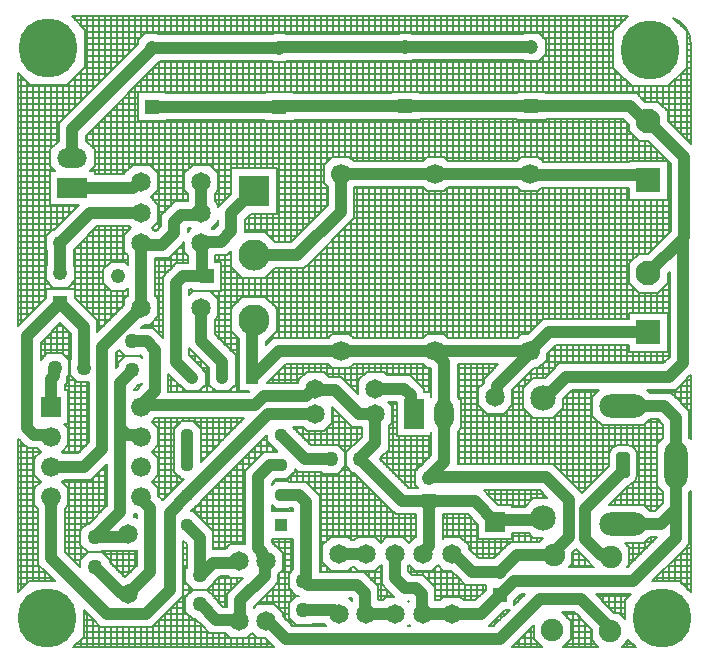
<source format=gbl>
G04*
G04 #@! TF.GenerationSoftware,Altium Limited,Altium Designer,21.0.8 (223)*
G04*
G04 Layer_Physical_Order=2*
G04 Layer_Color=16711680*
%FSTAX24Y24*%
%MOIN*%
G70*
G04*
G04 #@! TF.SameCoordinates,67FEE026-561A-4E2F-A948-FBB6D6F09F3B*
G04*
G04*
G04 #@! TF.FilePolarity,Positive*
G04*
G01*
G75*
%ADD50C,0.0080*%
%ADD51C,0.0400*%
%ADD52C,0.0827*%
%ADD53R,0.0827X0.0827*%
%ADD54C,0.0476*%
%ADD55R,0.0476X0.0476*%
%ADD56C,0.0660*%
%ADD57R,0.0660X0.0660*%
%ADD58C,0.0650*%
%ADD59C,0.1969*%
%ADD60O,0.1000X0.0650*%
%ADD61R,0.1000X0.0650*%
%ADD62C,0.0495*%
%ADD63C,0.0480*%
%ADD64R,0.0480X0.0480*%
%ADD65C,0.0445*%
%ADD66R,0.0445X0.0445*%
%ADD67C,0.0750*%
%ADD68O,0.0650X0.1000*%
%ADD69R,0.0650X0.1000*%
%ADD70R,0.0650X0.0650*%
%ADD71C,0.0650*%
G04:AMPARAMS|DCode=72|XSize=47.2mil|YSize=86.6mil|CornerRadius=11.8mil|HoleSize=0mil|Usage=FLASHONLY|Rotation=180.000|XOffset=0mil|YOffset=0mil|HoleType=Round|Shape=RoundedRectangle|*
%AMROUNDEDRECTD72*
21,1,0.0472,0.0630,0,0,180.0*
21,1,0.0236,0.0866,0,0,180.0*
1,1,0.0236,-0.0118,0.0315*
1,1,0.0236,0.0118,0.0315*
1,1,0.0236,0.0118,-0.0315*
1,1,0.0236,-0.0118,-0.0315*
%
%ADD72ROUNDEDRECTD72*%
%ADD73O,0.1575X0.0787*%
%ADD74O,0.0787X0.1575*%
%ADD75R,0.0487X0.0487*%
%ADD76C,0.0487*%
%ADD77C,0.0669*%
%ADD78C,0.1039*%
%ADD79R,0.1039X0.1039*%
%ADD80C,0.0394*%
%ADD81R,0.0394X0.0394*%
%ADD82R,0.0472X0.0472*%
%ADD83C,0.0472*%
%ADD84C,0.0850*%
D50*
X06951Y030419D02*
G03*
X068934Y031252I-000891J0D01*
G01*
X067734Y016665D02*
G03*
X067376Y017023I-000358J0D01*
G01*
X067139D02*
G03*
X066781Y016665I0J-000358D01*
G01*
X067449Y015684D02*
G03*
X067734Y016035I-000073J000351D01*
G01*
X069374Y0306D02*
X069491D01*
X069374Y0304D02*
X06951D01*
X069374Y0308D02*
X069424D01*
X069374Y0302D02*
X06951D01*
X069374Y029588D02*
Y030812D01*
X0692Y030986D02*
Y031094D01*
X069186Y031D02*
X069294D01*
X068986Y0312D02*
X069048D01*
X068934Y031252D02*
X069374Y030812D01*
Y0298D02*
X06951D01*
X069374Y0296D02*
X06951D01*
X069374Y03D02*
X06951D01*
X068986Y0292D02*
X06951D01*
X069186Y0294D02*
X06951D01*
X068786Y029D02*
X06951D01*
X067863Y0286D02*
X06951D01*
X068762Y028976D02*
X069374Y029588D01*
X068699Y0282D02*
X06951D01*
X068499Y0284D02*
X06951D01*
X069Y031186D02*
Y031224D01*
X0678Y028663D02*
Y028976D01*
X0676Y028756D02*
Y028976D01*
X0682Y028472D02*
Y028976D01*
X068Y028472D02*
Y028976D01*
X0672Y031086D02*
Y03131D01*
X067Y028756D02*
Y029514D01*
Y030886D02*
Y03131D01*
X0674Y028756D02*
Y029114D01*
X0672Y028756D02*
Y029314D01*
X0684Y028472D02*
Y028976D01*
X067991Y028472D02*
X068427D01*
X067927Y028536D02*
X067991Y028472D01*
X068427D02*
X068753Y028145D01*
X0686Y028299D02*
Y028976D01*
X067538D02*
X068762D01*
X067267Y028756D02*
X067707D01*
X067267D02*
X067707D01*
X067927Y028536D01*
X067707Y028756D02*
X067927Y028536D01*
X0692Y027378D02*
Y029414D01*
X069179Y0274D02*
X06951D01*
X069Y027578D02*
Y029214D01*
X06951Y027069D02*
Y030419D01*
X0694Y027178D02*
Y030848D01*
X068753Y028D02*
X06951D01*
X068779Y0278D02*
X06951D01*
X0688Y027778D02*
Y029014D01*
X068753Y027825D02*
X06951Y027069D01*
X068979Y0276D02*
X06951D01*
X069378Y0272D02*
X06951D01*
X068753Y0254D02*
X06886D01*
X068753Y0256D02*
X06886D01*
Y02417D02*
Y026398D01*
X0688Y02411D02*
Y026458D01*
X068093Y027165D02*
X06886Y026398D01*
X068753Y0262D02*
X06886D01*
X068753Y0264D02*
X068858D01*
X068753Y0258D02*
X06886D01*
X068753Y026D02*
X06886D01*
X068753Y027825D02*
Y028145D01*
X067773Y027165D02*
X068093D01*
X0676Y026503D02*
Y027338D01*
X068Y026503D02*
Y027165D01*
X0678Y026503D02*
Y027165D01*
X067447Y027492D02*
Y027696D01*
Y027492D02*
X067773Y027165D01*
X067267Y027876D02*
X067447Y027696D01*
X0674Y026457D02*
Y027743D01*
X0672Y026457D02*
Y027876D01*
X0684Y026503D02*
Y026858D01*
X0686Y026503D02*
Y026658D01*
X0682Y026503D02*
Y027058D01*
X068753Y025197D02*
Y026503D01*
X067447Y025197D02*
Y025577D01*
Y026457D02*
Y026503D01*
X068753D01*
X067Y021221D02*
Y025577D01*
X0674Y021221D02*
Y025577D01*
X0672Y021221D02*
Y025577D01*
X066Y028756D02*
Y03131D01*
X0662Y028756D02*
Y03131D01*
X0658Y028756D02*
Y03131D01*
X0666Y028756D02*
Y03131D01*
X0664Y028756D02*
Y03131D01*
X065Y028756D02*
Y03131D01*
X0652Y028756D02*
Y03131D01*
X0648Y028756D02*
Y03131D01*
X0656Y028756D02*
Y03131D01*
X0654Y028756D02*
Y03131D01*
X066926Y030812D02*
X067424Y03131D01*
X066926Y029588D02*
X067538Y028976D01*
X066926Y029588D02*
Y030812D01*
X064676Y027876D02*
X067267D01*
X0668Y028756D02*
Y03131D01*
X064676Y0304D02*
X066926D01*
X064676Y0302D02*
X066926D01*
X064599Y0306D02*
X066926D01*
X064676Y028756D02*
X067267D01*
X06463Y03D02*
X066926D01*
X0646Y030599D02*
Y03131D01*
X064438Y03076D02*
X064676Y030522D01*
X0644Y03076D02*
Y03131D01*
X064438Y029808D02*
X064676Y030046D01*
Y030522D01*
X0642Y03076D02*
Y03131D01*
X063962Y03076D02*
X064438D01*
X064D02*
Y03131D01*
X063926Y030724D02*
X063962Y03076D01*
X060274Y030724D02*
X063926D01*
X0642Y028792D02*
Y029808D01*
X0644Y028792D02*
Y029808D01*
X064Y028792D02*
Y029808D01*
X064676Y028756D02*
Y028792D01*
X0646D02*
Y02997D01*
X063926Y029844D02*
X063962Y029808D01*
X064438D01*
X060274Y029844D02*
X063926D01*
X063724Y02784D02*
X064676D01*
X063724Y028792D02*
X064676D01*
X0664Y026457D02*
Y027876D01*
X0666Y026457D02*
Y027876D01*
X0662Y026457D02*
Y027876D01*
X067Y026457D02*
Y027876D01*
X0668Y026457D02*
Y027876D01*
X0656Y026457D02*
Y027876D01*
X064467Y0266D02*
X068658D01*
X0654Y026457D02*
Y027876D01*
X066Y026457D02*
Y027876D01*
X0658Y026457D02*
Y027876D01*
X0662Y021221D02*
Y025577D01*
X0664Y021221D02*
Y025577D01*
X066Y021221D02*
Y025577D01*
X0668Y021221D02*
Y025577D01*
X0666Y021221D02*
Y025577D01*
X064534D02*
X067447D01*
X05829Y0254D02*
X067447D01*
X06461Y026457D02*
X067447D01*
X0658Y021221D02*
Y025577D01*
X0656Y021221D02*
Y025577D01*
X064676Y02784D02*
Y027876D01*
X0648Y026457D02*
Y027876D01*
X0646Y026467D02*
Y02784D01*
X0652Y026457D02*
Y027876D01*
X065Y026457D02*
Y027876D01*
X0642Y02663D02*
Y02784D01*
X063863Y02663D02*
X064437D01*
X064D02*
Y02784D01*
X064437Y02663D02*
X06461Y026457D01*
X0644Y02663D02*
Y02784D01*
X0648Y021221D02*
Y025577D01*
X065Y021221D02*
Y025577D01*
X0646Y021221D02*
Y025577D01*
X0654Y021221D02*
Y025577D01*
X0652Y021221D02*
Y025577D01*
X064437Y025481D02*
X064534Y025577D01*
X063863Y025481D02*
X064437D01*
X0644Y02105D02*
Y025481D01*
X0642Y02085D02*
Y025481D01*
X064Y020725D02*
Y025481D01*
X06881Y02412D02*
X06886Y02417D01*
X06881Y02412D02*
X06886Y02417D01*
X06881Y02412D02*
X06886Y02417D01*
X06881Y01997D02*
Y0228D01*
X068753Y0226D02*
X06881D01*
X068753Y0252D02*
X06886D01*
X068753Y022743D02*
X06881Y0228D01*
X068093Y023403D02*
X06881Y02412D01*
X06873Y0224D02*
X06881D01*
X068753Y022423D02*
Y022743D01*
Y0208D02*
X06881D01*
X068753Y0206D02*
X06881D01*
X068753Y021D02*
X06881D01*
X068753Y0202D02*
X06881D01*
X068753Y0204D02*
X06881D01*
X068753Y0214D02*
X06881D01*
X068753Y0212D02*
X06881D01*
X06853Y0222D02*
X06881D01*
X068753Y020128D02*
Y021435D01*
X067447Y020128D02*
X068753D01*
X0684Y02371D02*
Y025197D01*
X0686Y02391D02*
Y025197D01*
X0682Y02351D02*
Y025197D01*
X068Y023403D02*
Y025197D01*
X0678Y023403D02*
Y025197D01*
X067447Y023077D02*
X067773Y023403D01*
X068093D01*
X0676Y02323D02*
Y025197D01*
X067447Y022423D02*
X067773Y022097D01*
X067447Y022423D02*
Y023077D01*
X068427Y022097D02*
X068753Y022423D01*
X0682Y021435D02*
Y022097D01*
X068Y021435D02*
Y022097D01*
X0686Y021435D02*
Y02227D01*
X0684Y021435D02*
Y022097D01*
X067773D02*
X068427D01*
X067447Y021435D02*
X068753D01*
X0676D02*
Y02227D01*
X0678Y021435D02*
Y022097D01*
X067447Y020128D02*
Y020341D01*
X06947Y01931D02*
X06951Y01935D01*
X06936Y0192D02*
X06951D01*
X06947Y01931D02*
X06951Y01935D01*
X06924Y01908D02*
X06947Y01931D01*
X0694Y01821D02*
Y01924D01*
X06902Y01886D02*
X06924Y01908D01*
X06916Y019D02*
X06951D01*
X06858Y01886D02*
X06902D01*
X06924Y01908D01*
X0692Y01841D02*
Y01904D01*
X06921Y0184D02*
X06951D01*
X06941Y0182D02*
X06951D01*
X069249Y018361D02*
X069469Y018141D01*
Y018D02*
X06951D01*
X069249Y018361D02*
X069469Y018141D01*
X06812Y0188D02*
X06951D01*
X06901Y0186D02*
X06951D01*
X068851Y018758D02*
X069071Y018539D01*
X069249Y018361D01*
X068851Y018758D02*
X069071Y018539D01*
X0688Y01996D02*
Y02279D01*
X0686Y01976D02*
Y020128D01*
X0684Y01974D02*
Y020128D01*
X06858Y01974D02*
X06881Y01997D01*
X0682Y018758D02*
Y01886D01*
X0678Y01974D02*
Y020128D01*
X068Y01974D02*
Y020128D01*
X0676Y01974D02*
Y020128D01*
X0682Y01974D02*
Y020128D01*
X06806Y01886D02*
X068162Y018758D01*
X06858Y01886D02*
X06902D01*
X068411Y018758D02*
X068851D01*
X0686D02*
Y01886D01*
X069Y01861D02*
Y01886D01*
X0688Y018758D02*
Y01886D01*
X06806D02*
X06858D01*
X068162Y018758D02*
X068411D01*
X0684D02*
Y01886D01*
X068411Y018758D02*
X068851D01*
X068162Y017879D02*
X068411D01*
X067447Y025197D02*
X068753D01*
X05829Y025D02*
X06886D01*
X05829Y0252D02*
X067447D01*
X05829Y0246D02*
X06886D01*
X05829Y0248D02*
X06886D01*
X05811Y0244D02*
X06886D01*
X05791Y0242D02*
X06886D01*
X05771Y024D02*
X06869D01*
X05751Y0238D02*
X06849D01*
X05731Y0236D02*
X06829D01*
X067447Y021221D02*
Y021435D01*
X065011Y020341D02*
X067447D01*
X065011Y021221D02*
X067447D01*
X06557Y01974D02*
X06858D01*
X06487Y0202D02*
X067447D01*
X05711Y0234D02*
X06777D01*
X05691Y0232D02*
X06757D01*
X05671Y023D02*
X067447D01*
X064725Y02D02*
X06881D01*
X064662Y0198D02*
X06864D01*
X064725Y020055D02*
X065011Y020341D01*
X0652Y01974D02*
Y020341D01*
X064571Y021221D02*
X065011D01*
X0656Y01974D02*
Y020341D01*
X0654Y01974D02*
Y020341D01*
X064351Y021002D02*
X064571Y021221D01*
X065011D01*
X064351Y021002D02*
X064571Y021221D01*
X064074Y020725D02*
X064351Y021002D01*
X063863Y020725D02*
X064074D01*
X0668Y01974D02*
Y020341D01*
X067Y01974D02*
Y020341D01*
X0664Y01974D02*
Y020341D01*
X0674Y01974D02*
Y020341D01*
X0672Y01974D02*
Y020341D01*
X0658Y01974D02*
Y020341D01*
X06513Y01974D02*
X06557D01*
X064725Y019863D02*
Y020055D01*
X0662Y01974D02*
Y020341D01*
X066Y01974D02*
Y020341D01*
X0666Y01974D02*
Y020341D01*
X06557Y01886D02*
X066455D01*
X06513Y01974D02*
X06557D01*
X0664Y018805D02*
Y01886D01*
X065265Y018555D02*
X06557Y01886D01*
X065Y01961D02*
Y02033D01*
X06491Y01952D02*
X06513Y01974D01*
X064462Y0196D02*
X06499D01*
X06491Y01952D02*
X06513Y01974D01*
X064655Y019265D02*
X06491Y01952D01*
X06623Y018635D02*
X066455Y01886D01*
X06551Y0188D02*
X066395D01*
X06531Y0186D02*
X06623D01*
Y018002D02*
Y018635D01*
X065265Y0184D02*
X06623D01*
X065198Y0182D02*
X06623D01*
X064998Y018D02*
X066232D01*
X065265Y018268D02*
Y018555D01*
X064932Y017935D02*
X065265Y018268D01*
X064268Y017935D02*
X064932D01*
X0648Y01941D02*
Y02013D01*
X064437Y019575D02*
X064725Y019863D01*
X064285Y019575D02*
X064437D01*
X0646Y019265D02*
Y019738D01*
X0644Y019265D02*
Y019575D01*
X0642Y019197D02*
Y01949D01*
X06411Y0194D02*
X06479D01*
X064Y018997D02*
Y01929D01*
X063565Y018855D02*
X064285Y019575D01*
X063935Y018932D02*
X064268Y019265D01*
X064655D01*
X06391Y0192D02*
X064202D01*
X06371Y019D02*
X064002D01*
X063935Y018268D02*
X064268Y017935D01*
X063935Y018268D02*
Y018932D01*
X063565Y0186D02*
X063935D01*
X063565Y0184D02*
X063935D01*
X063565Y0188D02*
X063935D01*
X061865Y018D02*
X064202D01*
X063411Y0182D02*
X064002D01*
X063Y030724D02*
Y03131D01*
X0632Y030724D02*
Y03131D01*
X0628Y030724D02*
Y03131D01*
X0636Y030724D02*
Y03131D01*
X0634Y030724D02*
Y03131D01*
X062Y030724D02*
Y03131D01*
X0622Y030724D02*
Y03131D01*
X0618Y030724D02*
Y03131D01*
X0626Y030724D02*
Y03131D01*
X0624Y030724D02*
Y03131D01*
X0638Y030724D02*
Y03131D01*
Y028792D02*
Y029844D01*
X0626Y028756D02*
Y029844D01*
X063Y028756D02*
Y029844D01*
X0628Y028756D02*
Y029844D01*
X062Y028756D02*
Y029844D01*
X060476Y028756D02*
X063724D01*
X0616D02*
Y029844D01*
X0624Y028756D02*
Y029844D01*
X0622Y028756D02*
Y029844D01*
X061Y030724D02*
Y03131D01*
X0612Y030724D02*
Y03131D01*
X0608Y030724D02*
Y03131D01*
X0616Y030724D02*
Y03131D01*
X0614Y030724D02*
Y03131D01*
X0602Y03076D02*
Y03131D01*
X060238Y03076D02*
X060274Y030724D01*
X06Y03076D02*
Y03131D01*
X0606Y030724D02*
Y03131D01*
X0604Y030724D02*
Y03131D01*
X061Y028756D02*
Y029844D01*
X060476Y028756D02*
Y028792D01*
X0604D02*
Y029844D01*
X0614Y028756D02*
Y029844D01*
X0612Y028756D02*
Y029844D01*
X06022D02*
X060274D01*
X060238Y029808D02*
X060274Y029844D01*
X06022Y030724D02*
X060274D01*
X0602Y028792D02*
Y029808D01*
X06Y028792D02*
Y029808D01*
X0634Y028756D02*
Y029844D01*
X0636Y028756D02*
Y029844D01*
X0632Y028756D02*
Y029844D01*
X063724Y028756D02*
Y028792D01*
X063Y026496D02*
Y027876D01*
X0622Y026496D02*
Y027876D01*
X0624Y026496D02*
Y027876D01*
X062Y026496D02*
Y027876D01*
X0628Y026496D02*
Y027876D01*
X0626Y026496D02*
Y027876D01*
X063724Y02784D02*
Y027876D01*
X0638Y026567D02*
Y02784D01*
X0636Y026496D02*
Y027876D01*
X063728Y025616D02*
X063863Y025481D01*
X063728Y026496D02*
X063863Y02663D01*
X061317Y0266D02*
X063833D01*
X061422Y026496D02*
X063728D01*
X060476Y027876D02*
X063724D01*
X0634Y026496D02*
Y027876D01*
X0632Y026496D02*
Y027876D01*
X0618Y028756D02*
Y029844D01*
X0612Y02663D02*
Y027876D01*
X061Y02663D02*
Y027876D01*
X0616Y026496D02*
Y027876D01*
X0614Y026517D02*
Y027876D01*
X0606Y028756D02*
Y029844D01*
X0608Y028756D02*
Y029844D01*
X060476Y02784D02*
Y027876D01*
X0608Y02663D02*
Y027876D01*
X0606Y026517D02*
Y027876D01*
X060578Y026496D02*
X060713Y02663D01*
X061287D01*
X0604Y026496D02*
Y02784D01*
X0618Y026496D02*
Y027876D01*
X061287Y02663D02*
X061422Y026496D01*
X06D02*
Y02784D01*
X0602Y026496D02*
Y02784D01*
X0598Y02059D02*
Y025616D01*
X0602Y02059D02*
Y025616D01*
X06Y02059D02*
Y025616D01*
X0598Y03076D02*
Y03131D01*
X059762Y03076D02*
X060238D01*
X0594Y030716D02*
Y03131D01*
X059718Y030716D02*
X059762Y03076D01*
X0596Y030716D02*
Y03131D01*
X0586Y030716D02*
Y03131D01*
X0588Y030716D02*
Y03131D01*
X0584Y030716D02*
Y03131D01*
X0592Y030716D02*
Y03131D01*
X059Y030716D02*
Y03131D01*
X059718Y030716D02*
X059772D01*
X059734Y029836D02*
X059772D01*
X059734D02*
X059762Y029808D01*
X060238D01*
X0598Y028792D02*
Y029808D01*
X0596Y028792D02*
Y029836D01*
X059524Y028792D02*
X060476D01*
X0592Y028748D02*
Y029836D01*
X059524Y028748D02*
Y028792D01*
X0594Y028748D02*
Y029836D01*
X0576Y030716D02*
Y03131D01*
X0578Y030716D02*
Y03131D01*
X0574Y030716D02*
Y03131D01*
X0582Y030716D02*
Y03131D01*
X058Y030716D02*
Y03131D01*
X0566Y030716D02*
Y03131D01*
X0568Y030716D02*
Y03131D01*
X0564Y030716D02*
Y03131D01*
X0572Y030716D02*
Y03131D01*
X057Y030716D02*
Y03131D01*
X0576Y028748D02*
Y029836D01*
X0578Y028748D02*
Y029836D01*
X0574Y028748D02*
Y029836D01*
X0582Y028748D02*
Y029836D01*
X058Y028748D02*
Y029836D01*
X0566Y028748D02*
Y029836D01*
X0568Y028748D02*
Y029836D01*
X0564Y028748D02*
Y029836D01*
X0572Y028748D02*
Y029836D01*
X057Y028748D02*
Y029836D01*
X0592Y026496D02*
Y027868D01*
X0594Y026496D02*
Y027868D01*
X059Y026496D02*
Y027868D01*
X0598Y026496D02*
Y02784D01*
X0596Y026496D02*
Y02784D01*
X0588Y028748D02*
Y029836D01*
X059Y028748D02*
Y029836D01*
X0586Y028748D02*
Y029836D01*
X0588Y026496D02*
Y027868D01*
X0586Y026496D02*
Y027868D01*
X059524Y02784D02*
X060476D01*
X0592Y02059D02*
Y025616D01*
X059Y02059D02*
Y025616D01*
X0596Y02059D02*
Y025616D01*
X0594Y02059D02*
Y025616D01*
X058167Y0266D02*
X060683D01*
X058272Y026496D02*
X060578D01*
X0584Y02059D02*
Y025616D01*
X0588Y02059D02*
Y025616D01*
X0586Y02059D02*
Y025616D01*
X0584Y028748D02*
Y029836D01*
X0578Y02663D02*
Y027868D01*
X0576Y02663D02*
Y027868D01*
X058Y02663D02*
Y027868D01*
X0574Y026467D02*
Y027868D01*
X057Y02461D02*
Y027868D01*
X0572Y02481D02*
Y027868D01*
X0568Y02441D02*
Y027868D01*
X0566Y02421D02*
Y027868D01*
X0564Y02401D02*
Y027868D01*
X0582Y026567D02*
Y027868D01*
X058137Y02663D02*
X058272Y026496D01*
X057563Y02663D02*
X058137D01*
X0584Y026496D02*
Y027868D01*
X05829Y02502D02*
Y025616D01*
X057275Y026343D02*
X057563Y02663D01*
X057275Y025768D02*
X05741Y025634D01*
X057275Y025768D02*
Y026343D01*
X05741Y02502D02*
Y025634D01*
X0574Y02501D02*
Y025644D01*
X063Y02059D02*
Y025616D01*
X0632Y02059D02*
Y025616D01*
X0628Y02059D02*
Y025616D01*
X0636Y02059D02*
Y025616D01*
X0634Y02059D02*
Y025616D01*
X061422D02*
X063728D01*
X061406Y0256D02*
X063744D01*
X0622Y02059D02*
Y025616D01*
X0626Y02059D02*
Y025616D01*
X0624Y02059D02*
Y025616D01*
X0638Y020662D02*
Y025544D01*
X063728Y02059D02*
X063863Y020725D01*
X063Y01961D02*
Y01971D01*
X062828Y019438D02*
X0631Y01971D01*
X0628Y01941D02*
Y01971D01*
X061412Y0206D02*
X063738D01*
X061422Y02059D02*
X063728D01*
X06174Y01971D02*
X0631D01*
X06174Y0196D02*
X06299D01*
X06174Y0194D02*
X06279D01*
X061287Y025481D02*
X061422Y025616D01*
X0616Y02059D02*
Y025616D01*
X0614Y020612D02*
Y025594D01*
X062Y02059D02*
Y025616D01*
X0618Y02059D02*
Y025616D01*
X0608Y020725D02*
Y025481D01*
X061Y020725D02*
Y025481D01*
X060578Y025616D02*
X060713Y025481D01*
X0606Y020612D02*
Y025594D01*
X0604Y02059D02*
Y025616D01*
X061287Y020725D02*
X061422Y02059D01*
X06174Y019576D02*
Y01971D01*
X0612Y020725D02*
Y025481D01*
X06174Y019576D02*
Y01971D01*
X060713Y019575D02*
X06086D01*
X060713Y025481D02*
X061287D01*
X060713Y020725D02*
X061287D01*
X060578Y02059D02*
X060713Y020725D01*
X060578Y01971D02*
X060713Y019575D01*
X06Y01934D02*
Y01971D01*
X062608Y019218D02*
X062828Y019438D01*
X062608Y019218D02*
X062828Y019438D01*
X062608Y019092D02*
Y019218D01*
Y019092D02*
Y019218D01*
X0626Y019084D02*
Y01971D01*
X06174Y0192D02*
X062608D01*
X062435Y018919D02*
X062608Y019092D01*
X06174Y019D02*
X062516D01*
X0618Y018572D02*
Y01971D01*
X06174Y018633D02*
Y019576D01*
X063565Y018354D02*
Y018855D01*
X062435Y018354D02*
X062718Y018072D01*
X062435Y018354D02*
Y018919D01*
X063282Y018072D02*
X063565Y018354D01*
X062718Y018072D02*
X063282D01*
X06174Y0188D02*
X062435D01*
X061772Y0186D02*
X062435D01*
X06174Y018633D02*
X061865Y018507D01*
Y0182D02*
X062589D01*
X061865Y0184D02*
X062435D01*
X0606Y01891D02*
Y019688D01*
X060395Y019115D02*
X060615Y018895D01*
X0604Y01911D02*
Y01971D01*
X06086Y01879D02*
Y019575D01*
X0608Y01879D02*
Y019575D01*
X0602Y01931D02*
Y01971D01*
X06031Y0192D02*
X06086D01*
X0598Y01934D02*
Y01971D01*
X06017Y01934D02*
X06039Y01912D01*
X06017Y01934D02*
X06039Y01912D01*
X060615Y01879D02*
Y018895D01*
Y0188D02*
X06086D01*
X060615Y01879D02*
Y018895D01*
X06086Y018633D02*
Y01879D01*
X060615D02*
X06086D01*
X060395Y019115D02*
X060615Y018895D01*
X06051Y019D02*
X06086D01*
X059735Y018068D02*
Y018395D01*
Y017955D02*
Y018068D01*
Y017955D02*
Y018068D01*
X05829Y025616D02*
X060578D01*
X05829Y0256D02*
X060594D01*
X05829Y02458D02*
Y02502D01*
X058272Y02059D02*
X060578D01*
X05829Y02458D02*
Y02502D01*
X05807Y02436D02*
X05829Y02458D01*
X05807Y02436D02*
X05829Y02458D01*
X0582Y020662D02*
Y02449D01*
X058262Y0206D02*
X060588D01*
X058137Y020725D02*
X058272Y02059D01*
X059Y019465D02*
Y01971D01*
X058717Y019465D02*
X059282D01*
X0588D02*
Y01971D01*
X059348Y0194D02*
X06086D01*
X0592Y019465D02*
Y01971D01*
X058272D02*
X060578D01*
X058162Y0196D02*
X060688D01*
X057563Y019575D02*
X058137D01*
X057347Y0194D02*
X058653D01*
X058137Y019575D02*
X058272Y01971D01*
X058Y020725D02*
Y02429D01*
X0578Y020725D02*
Y02409D01*
X0576Y020725D02*
Y02389D01*
X0574Y02059D02*
Y02369D01*
X0572Y02059D02*
Y02349D01*
X05684Y02313D02*
X05807Y02436D01*
X05662Y02291D02*
X05684Y02313D01*
X05662Y02291D02*
X05684Y02313D01*
X057Y02059D02*
Y02329D01*
X0568Y02059D02*
Y02309D01*
X057563Y020725D02*
X058137D01*
X057428Y01971D02*
X057563Y019575D01*
X057428Y02059D02*
X057563Y020725D01*
X0572Y019465D02*
Y01971D01*
X057Y019465D02*
Y01971D01*
X0566Y02059D02*
Y02291D01*
X056718Y019465D02*
X057283D01*
X0564Y02059D02*
Y02291D01*
X0568Y019465D02*
Y01971D01*
X0566Y019347D02*
Y01971D01*
X059408Y01934D02*
X05973D01*
X06017D01*
X0596D02*
Y01971D01*
X05973Y01934D02*
X06017D01*
X059437Y01846D02*
X059565Y018333D01*
X0594Y019347D02*
Y01971D01*
X059282Y019465D02*
X059408Y01934D01*
X0586Y019347D02*
Y01971D01*
X058435Y019182D02*
X058717Y019465D01*
X05796Y0192D02*
X058453D01*
X059735Y018068D02*
Y018395D01*
Y018068D02*
Y018395D01*
Y018455D01*
Y017955D02*
Y018068D01*
Y017955D02*
Y018068D01*
Y018395D02*
Y018455D01*
X059497Y0184D02*
X059735D01*
X059437Y01846D02*
X05973D01*
X059565Y018D02*
X059735D01*
X059565Y0182D02*
X059735D01*
X0578Y019292D02*
Y019575D01*
X058Y01916D02*
Y019575D01*
X0576Y019292D02*
Y019575D01*
X0584Y01876D02*
Y01971D01*
X0582Y01896D02*
Y019638D01*
X057283Y019465D02*
X057455Y019292D01*
X057868D01*
X0574Y019347D02*
Y01971D01*
X056435Y019182D02*
X056718Y019465D01*
X0564Y01909D02*
Y01971D01*
X05816Y019D02*
X058435D01*
X05836Y0188D02*
X058435D01*
X057868Y019292D02*
X058088Y019072D01*
X058435Y018725D02*
Y019182D01*
X058088Y019072D02*
X058435Y018725D01*
X057455Y019292D02*
X057868D01*
X058088Y019072D01*
X056435Y01909D02*
Y019182D01*
X057565Y018D02*
X05784D01*
X057565Y0182D02*
X05764D01*
X069469Y0178D02*
X06951D01*
X069469Y0176D02*
X06951D01*
X069469Y017701D02*
Y018141D01*
X06951Y017213D02*
Y01935D01*
X069469Y017254D02*
Y017701D01*
Y018141D01*
X068411Y017879D02*
X068589Y017701D01*
X068083Y0178D02*
X06849D01*
X068589Y017254D02*
Y017701D01*
X0684Y017065D02*
Y017879D01*
X069469Y0174D02*
X06951D01*
X069469Y017254D02*
X06951Y017213D01*
X068395Y015639D02*
Y017061D01*
X069469Y015446D02*
X06951Y015487D01*
X068395Y015639D02*
X068589Y015446D01*
X068395Y017061D02*
X068589Y017254D01*
X067732Y016D02*
X068395D01*
X067734Y0162D02*
X068395D01*
X067364Y0156D02*
X068435D01*
X067646Y0158D02*
X068395D01*
X067968Y017685D02*
X068162Y017879D01*
X0674Y017022D02*
Y017685D01*
X0672Y017023D02*
Y017685D01*
X0676Y016944D02*
Y017685D01*
X067Y016995D02*
Y017685D01*
X0668Y016779D02*
Y017685D01*
X066547D02*
X067968D01*
X06623Y018002D02*
X066547Y017685D01*
X0666Y016156D02*
Y017685D01*
X0664Y015956D02*
Y017832D01*
X067707Y0168D02*
X068395D01*
X067734Y0166D02*
X068395D01*
X067502Y017D02*
X068395D01*
X067734Y0164D02*
X068395D01*
X067734Y016035D02*
Y016665D01*
X067139Y017023D02*
X067376D01*
X066781Y016337D02*
Y016665D01*
X069469Y0154D02*
X06951D01*
X069469Y0152D02*
X06951D01*
X069469Y014659D02*
Y015099D01*
X06951Y012126D02*
Y015487D01*
X069469Y014659D02*
Y015099D01*
X068589D02*
Y015446D01*
X066964Y0152D02*
X068589D01*
X067164Y0154D02*
X068589D01*
X069469Y015099D02*
Y015446D01*
X068312Y014821D02*
X068589Y015099D01*
X069469Y0142D02*
X06951D01*
X069469Y014D02*
X06951D01*
X069469Y0144D02*
X06951D01*
X069469Y013709D02*
Y014149D01*
Y013709D02*
Y014149D01*
Y015D02*
X06951D01*
X069469Y0148D02*
X06951D01*
X069469Y014659D02*
Y015099D01*
Y0146D02*
X06951D01*
X069469Y014149D02*
Y014659D01*
X068Y014983D02*
Y017717D01*
X0678Y015015D02*
Y017685D01*
X0676Y015015D02*
Y015756D01*
X0684Y01491D02*
Y015635D01*
X0682Y014821D02*
Y017879D01*
X06678Y015015D02*
X067449Y015684D01*
X06678Y015015D02*
X067968D01*
X067D02*
Y015236D01*
X0674Y015015D02*
Y015636D01*
X0672Y015015D02*
Y015436D01*
X068162Y013942D02*
X068312D01*
X068382D01*
X068162Y014821D02*
X068312D01*
Y013942D02*
X068382D01*
X0682Y01376D02*
Y013942D01*
X067983Y015D02*
X06849D01*
X06802Y0138D02*
X06824D01*
X067968Y015015D02*
X068162Y014821D01*
X067465Y013025D02*
X068382Y013942D01*
X067968Y013748D02*
X068162Y013942D01*
X0656Y01571D02*
Y01886D01*
X0662Y015756D02*
Y01886D01*
X0654Y01591D02*
Y01869D01*
X066Y015556D02*
Y01886D01*
X0658Y01551D02*
Y01886D01*
X061865Y0176D02*
X068589D01*
X06174Y0174D02*
X068589D01*
X061865Y0178D02*
X066432D01*
X06174Y0172D02*
X068535D01*
X06174Y017D02*
X067013D01*
X06531Y016D02*
X066444D01*
X06551Y0158D02*
X066244D01*
X06571Y0156D02*
X066044D01*
X065877Y015433D02*
X066781Y016337D01*
X06567Y01564D02*
X065877Y015433D01*
X06174Y0168D02*
X066808D01*
X06174Y0164D02*
X066781D01*
X06174Y0166D02*
X066781D01*
X06511Y0162D02*
X066644D01*
X06514Y01617D02*
X06567Y01564D01*
X0638Y01639D02*
Y01909D01*
X064Y01639D02*
Y018203D01*
X0636Y01639D02*
Y01889D01*
X0652Y01611D02*
Y018203D01*
X0642Y01639D02*
Y018003D01*
X0628Y01639D02*
Y018072D01*
X063Y01639D02*
Y018072D01*
X0626Y01639D02*
Y018189D01*
X0634Y01639D02*
Y018189D01*
X0632Y01639D02*
Y018072D01*
X065Y01631D02*
Y018003D01*
X0648Y01639D02*
Y017935D01*
X0646Y01639D02*
Y017935D01*
X06492Y01639D02*
X06514Y01617D01*
X06492Y01639D02*
X06514Y01617D01*
X06174Y01639D02*
X06448D01*
X06492D01*
X0644D02*
Y017935D01*
X06448Y01639D02*
X06492D01*
X062613Y01551D02*
X06448D01*
X06567Y01564D02*
X065877Y015433D01*
X064268Y015265D02*
X064725D01*
X0644D02*
Y01551D01*
X06448D02*
X064725Y015265D01*
X0646D02*
Y01539D01*
X062723Y0154D02*
X06459D01*
X062923Y0152D02*
X064202D01*
X0642Y015197D02*
Y01551D01*
X063974Y014972D02*
X064268Y015265D01*
X064Y014998D02*
Y01551D01*
X064111Y014092D02*
X064268Y013935D01*
X064592D01*
X0642Y0138D02*
Y014002D01*
X064458Y0138D02*
X064592Y013935D01*
X0644Y0138D02*
Y013935D01*
X063565Y015D02*
X064002D01*
X063565Y014092D02*
X064111D01*
X063565Y014972D02*
X063974D01*
X063565Y014D02*
X064202D01*
X064Y0138D02*
Y014092D01*
X0634Y015028D02*
Y01551D01*
X063095Y015028D02*
X063565D01*
X0632D02*
Y01551D01*
X0638Y014972D02*
Y01551D01*
X0636Y014972D02*
Y01551D01*
X062613D02*
X062753Y01537D01*
X0628Y015323D02*
Y01551D01*
X062613D02*
X062753Y01537D01*
X063095Y015028D01*
X063Y015123D02*
Y01551D01*
X063565Y013899D02*
Y014092D01*
X0636Y0138D02*
Y014092D01*
X063565Y014972D02*
Y015028D01*
X0638Y0138D02*
Y014092D01*
X0634Y01369D02*
Y013899D01*
X0632Y01349D02*
Y013899D01*
X062435D02*
X063565D01*
X063Y01329D02*
Y013899D01*
X0628Y01324D02*
Y013899D01*
X0626Y01324D02*
Y013899D01*
X069469Y0138D02*
X06951D01*
X06936Y0136D02*
X06951D01*
X069249Y013489D02*
X069469Y013709D01*
X069249Y013489D02*
X069469Y013709D01*
X0692Y012436D02*
Y01344D01*
X068Y01356D02*
Y01378D01*
X067465Y0136D02*
X06804D01*
X067325Y013748D02*
X067968D01*
X06916Y0134D02*
X06951D01*
X068234Y012474D02*
X069249Y013489D01*
X06896Y0132D02*
X06951D01*
X06876Y013D02*
X06951D01*
X0688Y012474D02*
Y01304D01*
X069236Y0124D02*
X06951D01*
X069Y012474D02*
Y01324D01*
X06856Y0128D02*
X06951D01*
X06836Y0126D02*
X06951D01*
X068234Y012474D02*
X069162D01*
X0686D02*
Y01284D01*
X0684Y012474D02*
Y01264D01*
X0678Y01336D02*
Y013748D01*
X067465Y0134D02*
X06784D01*
X067465Y0132D02*
X06764D01*
X0676Y01316D02*
Y013748D01*
X067465Y013025D02*
Y013607D01*
X0674Y013672D02*
Y013748D01*
X067325D02*
X067465Y013607D01*
X06578Y01346D02*
X066093Y013147D01*
X066Y01294D02*
Y01324D01*
X0658Y01294D02*
Y01344D01*
X067465Y012993D02*
Y013025D01*
X06738Y01294D02*
X067465Y013025D01*
X066235Y012993D02*
X066287Y01294D01*
X067413D02*
X067465Y012993D01*
X06738Y01294D02*
X067413D01*
X066093Y013147D02*
X066235Y013005D01*
X066093Y013147D02*
X066235Y013005D01*
X0662Y01294D02*
Y01304D01*
X066235Y013005D02*
X0663Y01294D01*
X066235Y013005D02*
X0663Y01294D01*
X069162Y012474D02*
X06951Y012126D01*
X069436Y0122D02*
X06951D01*
X0694Y012236D02*
Y01364D01*
X06738Y01206D02*
X067524D01*
X0674Y011936D02*
Y01206D01*
X06738D02*
X067524D01*
X06641Y012D02*
X067464D01*
X06635Y01206D02*
X06738D01*
X067326Y011862D02*
X067524Y01206D01*
X067326Y011237D02*
Y011862D01*
X067323Y0104D02*
X067564D01*
X067213Y01029D02*
X067674D01*
X0674D02*
Y010477D01*
X067435Y010529D02*
X067674Y01029D01*
X0676D02*
Y010364D01*
X066795Y0116D02*
X067326D01*
X067162Y0114D02*
X067326D01*
X06661Y0118D02*
X067326D01*
X067213Y01029D02*
X067435Y010512D01*
X067127Y011435D02*
X067326Y011237D01*
X0668Y011595D02*
Y01206D01*
X066627Y011767D02*
X06696Y011435D01*
X0666Y01181D02*
Y01206D01*
X0672Y011363D02*
Y01206D01*
X067Y011435D02*
Y01206D01*
X06635D02*
X066407Y012003D01*
X066627Y011783D01*
X0664Y01201D02*
Y01206D01*
X066407Y011987D02*
X066627Y011767D01*
X066407Y012003D02*
X066627Y011783D01*
X06696Y011435D02*
X067127D01*
X066205Y010512D02*
Y01087D01*
X066Y01029D02*
Y011075D01*
X066205Y010512D02*
X066427Y01029D01*
X0662D02*
Y010875D01*
X065747Y011327D02*
X065967Y011107D01*
X065747Y011327D02*
X065967Y011107D01*
X065747Y011343D02*
X065967Y011123D01*
Y011107D02*
X066205Y01087D01*
X0658Y01029D02*
Y011275D01*
X06567Y013525D02*
X065693Y013547D01*
X06578Y01346D01*
X06567Y013525D02*
X065693Y013547D01*
X06578Y01346D01*
X0656Y01294D02*
Y013455D01*
X06351Y0138D02*
X06395D01*
X06351D02*
X064458D01*
X06351D02*
X06395D01*
X065555Y01341D02*
X06567Y013525D01*
X06395Y0138D02*
X064458D01*
X065555Y0134D02*
X06584D01*
X065555Y0132D02*
X06604D01*
X065555Y013053D02*
Y01341D01*
X065443Y01294D02*
X066287D01*
X065503Y013D02*
X066235D01*
X065443Y01294D02*
X065555Y013053D01*
X063857Y01206D02*
X064D01*
X063797Y012D02*
X06394D01*
X063628Y011688D02*
X064Y01206D01*
X063628Y01183D02*
X063857Y01206D01*
X06329Y01358D02*
X06351Y0138D01*
X06329Y01358D02*
X06351Y0138D01*
X062911Y013278D02*
X062988D01*
X06329Y01358D01*
X06295Y01324D02*
X062988Y013278D01*
X061997Y0138D02*
X06351D01*
X062115Y0136D02*
X06331D01*
X062278Y0134D02*
X06311D01*
X062873Y01324D02*
X062911Y013278D01*
X062438Y01324D02*
X062873D01*
X0638Y01186D02*
Y012003D01*
X063628Y0118D02*
X06374D01*
X062873Y01324D02*
X06293D01*
X063628Y011688D02*
Y01183D01*
X063332Y011535D02*
X063475D01*
X062672Y012195D02*
Y01236D01*
X060992Y0122D02*
X062672D01*
X062438Y01236D02*
X062672D01*
X062317Y01184D02*
X062672Y012195D01*
X0626Y012123D02*
Y01236D01*
X065472Y0112D02*
X065875D01*
X065515Y011D02*
X066075D01*
X06563Y01146D02*
X065747Y011343D01*
X0656Y01029D02*
Y01146D01*
X065515Y010543D02*
Y011157D01*
X065212Y01146D02*
X06563D01*
X065272Y0114D02*
X06569D01*
X0654Y011272D02*
Y01146D01*
X065212D02*
X065515Y011157D01*
X06406Y0108D02*
X064285D01*
X065515Y0106D02*
X066205D01*
X065373Y0104D02*
X066318D01*
X065515Y0108D02*
X066205D01*
X065262Y01029D02*
X066427D01*
X0654D02*
Y010428D01*
X064285Y010543D02*
X064538Y01029D01*
X06355D02*
X064538D01*
X06366Y0104D02*
X064427D01*
X065262Y01029D02*
X065515Y010543D01*
X0644Y01029D02*
Y010428D01*
X0634Y01146D02*
Y011535D01*
X063197Y0114D02*
X06334D01*
X0632Y01126D02*
Y011403D01*
X06359Y01033D02*
X064285Y011025D01*
X063Y01106D02*
Y011203D01*
X062977Y01118D02*
X063332Y011535D01*
X062997Y0112D02*
X06314D01*
X062787Y01099D02*
X062977Y01118D01*
X06293Y01099D02*
X063475Y011535D01*
X062787Y01099D02*
X062977Y01118D01*
X064285Y010543D02*
Y011025D01*
X06386Y0106D02*
X064285D01*
X0638Y01029D02*
Y01054D01*
X0642Y01029D02*
Y01094D01*
X064Y01029D02*
Y01074D01*
X062797Y011D02*
X06294D01*
X06355Y01029D02*
X06359Y01033D01*
X062787Y01099D02*
X06293D01*
X0636Y01029D02*
Y01034D01*
X06355Y01029D02*
X06359Y01033D01*
X062Y01639D02*
Y01971D01*
X061865Y017593D02*
Y018507D01*
X0618Y01639D02*
Y017528D01*
X0624Y01639D02*
Y01971D01*
X0622Y01639D02*
Y01971D01*
X06174Y017467D02*
X061865Y017593D01*
X06174Y016678D02*
Y017467D01*
X06086Y01731D02*
Y017467D01*
X0608Y016618D02*
Y01731D01*
X0606Y016418D02*
Y01731D01*
X06086Y016678D02*
Y01731D01*
X060597Y016415D02*
X06086Y016678D01*
X060561Y016415D02*
X060597D01*
X06174Y01639D02*
Y016678D01*
Y01639D02*
Y016678D01*
X05944Y0172D02*
X06086D01*
X05944Y017D02*
X06086D01*
X059735Y01731D02*
X06086D01*
X059376Y0168D02*
X06086D01*
X060546Y0164D02*
X060582D01*
X059735Y017628D02*
Y017955D01*
Y017628D02*
Y017955D01*
X059565Y0178D02*
X059735D01*
X0604Y016254D02*
Y01731D01*
X059735D02*
Y017628D01*
X05944Y017643D02*
X059565Y017767D01*
X05944Y0176D02*
X059735D01*
X059565Y017767D02*
Y018333D01*
X05944Y0174D02*
X059735D01*
X05944Y017304D02*
Y017643D01*
X0604Y016218D02*
Y016254D01*
X060346Y0162D02*
X060382D01*
X059502D02*
X060346D01*
X06036Y016178D02*
X06058Y016398D01*
X06036Y016178D02*
X06058Y016398D01*
X05944Y016864D02*
Y017304D01*
X05922Y016644D02*
X05944Y016864D01*
Y017304D01*
X059302Y0164D02*
X060546D01*
X0594Y016302D02*
Y016824D01*
X060393Y015628D02*
X060431Y01559D01*
X0604D02*
Y015621D01*
X060322Y01471D02*
X06036D01*
Y014672D02*
Y01471D01*
X060322Y014672D02*
Y01471D01*
Y016176D02*
X060561Y016415D01*
X060322Y015628D02*
X060393D01*
X060322Y015698D02*
X060393Y015628D01*
X060322Y01559D02*
X060431D01*
X060322Y0156D02*
X060421D01*
X0616Y013965D02*
Y01471D01*
X062093D02*
X062435Y014368D01*
X0614Y013965D02*
Y01471D01*
X062Y013798D02*
Y01471D01*
X0618Y013965D02*
Y01471D01*
X06124D02*
X061278D01*
X062093D01*
X060322Y014672D02*
X06036D01*
X061278D02*
Y01471D01*
X06124Y014672D02*
Y01471D01*
X060102Y0156D02*
X060322D01*
X060112Y01559D02*
X060322D01*
Y015698D02*
Y016176D01*
Y01559D02*
Y015628D01*
X0602Y01559D02*
Y01731D01*
X0598Y015902D02*
Y01731D01*
X059702Y016D02*
X060322D01*
X0596Y016102D02*
Y01846D01*
X059902Y0158D02*
X060322D01*
X06Y015702D02*
Y01731D01*
X059672Y01471D02*
X060112D01*
X060322D01*
X0598Y013965D02*
Y01471D01*
X0602Y013848D02*
Y01471D01*
X06Y013898D02*
Y01471D01*
X059452Y01493D02*
X059672Y01471D01*
X060112D01*
X059452Y01493D02*
X059672Y01471D01*
X0596Y013965D02*
Y014782D01*
X0594Y013965D02*
Y014982D01*
X05823Y01761D02*
X05856D01*
Y017304D02*
Y01761D01*
X05823D02*
X05856D01*
X0584Y017144D02*
Y01761D01*
X0582Y016989D02*
Y01764D01*
X05801Y01783D02*
X05823Y01761D01*
X05801Y01783D02*
X05823Y01761D01*
X057565Y0178D02*
X05804D01*
X056467Y0174D02*
X05856D01*
X057397Y0176D02*
X05856D01*
X05922Y016644D02*
X05944Y016864D01*
X059176Y0166D02*
X060782D01*
X058294Y017038D02*
X05856Y017304D01*
X059139Y016563D02*
X05922Y016644D01*
X0592Y016502D02*
Y016624D01*
X056667Y0172D02*
X058456D01*
X058272Y017016D02*
X058294Y017038D01*
X058248D02*
X058294D01*
X058004Y016794D02*
X058248Y017038D01*
X057789Y017D02*
X058211D01*
X057565Y017767D02*
Y018275D01*
X05801Y01783D01*
X0574Y017038D02*
Y017602D01*
X0578Y016989D02*
Y01804D01*
X0576Y017038D02*
Y01824D01*
X057283Y017485D02*
X057565Y017767D01*
X056592Y01761D02*
X056718Y017485D01*
X0564Y017467D02*
Y01761D01*
X0568Y017067D02*
Y017485D01*
X0566Y017267D02*
Y017602D01*
X057264Y017038D02*
X057752D01*
X057996Y016794D01*
X057235Y017008D02*
X05727D01*
X058004Y016306D02*
Y016794D01*
X057996Y016306D02*
Y016794D01*
X056718Y017485D02*
X057283D01*
X056859Y017008D02*
X057235D01*
X057D02*
Y017485D01*
X057235Y017008D02*
X057264Y017038D01*
X0572Y017008D02*
Y017485D01*
X059139Y016563D02*
X060112Y01559D01*
X058272Y01611D02*
X05832Y016062D01*
X058248D02*
X05832D01*
X059452Y01493D01*
X0582Y013848D02*
Y016111D01*
X058004Y016306D02*
X058248Y016062D01*
X057889Y0162D02*
X058111D01*
X057752Y016062D02*
X057996Y016306D01*
X058Y013965D02*
Y01784D01*
X0578Y013965D02*
Y016111D01*
X0586Y013965D02*
Y015782D01*
X0588Y013965D02*
Y015582D01*
X0584Y013947D02*
Y015982D01*
X0592Y013798D02*
Y015182D01*
X059Y013947D02*
Y015382D01*
X057076Y0154D02*
X058982D01*
X05714Y0152D02*
X059182D01*
X056876Y0156D02*
X058782D01*
X05714Y0148D02*
X059582D01*
X05714Y015D02*
X059382D01*
X056859Y016128D02*
X057198D01*
X057264Y016062D01*
X0568Y015676D02*
Y016128D01*
X0572Y01279D02*
Y016126D01*
X057Y015476D02*
Y016128D01*
X056419D02*
X056859D01*
X056419D02*
X056859D01*
X056325Y016119D02*
Y016221D01*
X0566Y01579D02*
Y016128D01*
X0564Y01579D02*
Y016147D01*
X0576Y013965D02*
Y016062D01*
X057264D02*
X057752D01*
X05714Y014896D02*
Y015336D01*
X0574Y013848D02*
Y016062D01*
X05714Y012838D02*
Y014896D01*
X056686Y01579D02*
X056906Y01557D01*
X05692Y015556D02*
X05714Y015336D01*
X056686Y01579D02*
X056906Y01557D01*
X05714Y014896D02*
Y015336D01*
X05692Y015556D02*
X05714Y015336D01*
X062435Y013899D02*
Y014368D01*
X06124Y014D02*
X062435D01*
X06124Y013937D02*
X061267Y013965D01*
X0624Y013278D02*
Y014403D01*
X0622Y013478D02*
Y014603D01*
X06124Y0146D02*
X062203D01*
X06124Y0144D02*
X062403D01*
X06124Y014672D02*
X061278D01*
X06124Y0142D02*
X062435D01*
X06124Y013937D02*
Y014672D01*
X062115Y013563D02*
Y013683D01*
Y013563D02*
X062438Y01324D01*
X061832Y013965D02*
X062115Y013683D01*
X061523Y012835D02*
X061778Y01258D01*
X061267Y012835D02*
X061523D01*
X061267Y013965D02*
X061832D01*
X061075Y013027D02*
X061267Y012835D01*
X06124Y013888D02*
Y013937D01*
X060676Y0126D02*
X061758D01*
X06011Y0128D02*
X061558D01*
X06036Y013965D02*
Y014672D01*
X060318Y013965D02*
X06036D01*
X060125Y013772D02*
X060318Y013965D01*
X060883Y012835D02*
X061075Y013027D01*
X060125D02*
X060318Y012835D01*
X059932Y013965D02*
X060125Y013772D01*
X060097Y0138D02*
X060153D01*
X059367Y013965D02*
X059932D01*
X060097Y013D02*
X060153D01*
X06009Y012993D02*
X060125Y013027D01*
X061048Y013D02*
X061102D01*
X060318Y012835D02*
X060883D01*
X0604Y01269D02*
Y012835D01*
X060586Y01269D02*
X060772Y012504D01*
X0606Y012676D02*
Y012835D01*
X0602Y01271D02*
Y012953D01*
X06009Y01282D02*
X06022Y01269D01*
X06009Y01282D02*
Y012993D01*
X06022Y01269D02*
X060586D01*
X06022D02*
X060586D01*
X061778Y01258D02*
X061998Y01236D01*
X061778Y01258D02*
X061998Y01236D01*
X0616Y011965D02*
Y012758D01*
X062Y01184D02*
Y01236D01*
X0618Y011965D02*
Y012558D01*
X0614Y011965D02*
Y012835D01*
X060876Y0124D02*
X061958D01*
X060806Y01247D02*
X060992Y012284D01*
X0612Y011897D02*
Y012902D01*
X061Y011847D02*
Y012953D01*
X061998Y01236D02*
X062438D01*
X061998D02*
X062438D01*
X0624Y011923D02*
Y01236D01*
X061958Y01184D02*
X062317D01*
X0622D02*
Y01236D01*
X060992Y012D02*
X062477D01*
X061267Y011965D02*
X061832D01*
X061007Y01184D02*
X061143D01*
X061832Y011965D02*
X061958Y01184D01*
X061143D02*
X061267Y011965D01*
X060772Y012504D02*
X060806Y01247D01*
X060992Y012284D01*
X0608Y012476D02*
Y012835D01*
X060992Y011855D02*
Y012284D01*
Y011855D02*
Y012284D01*
X060772Y012504D02*
X060806Y01247D01*
X060772Y012504D02*
X060806Y01247D01*
X060586Y01269D02*
X060772Y012504D01*
X0594Y011965D02*
Y01219D01*
X05921Y01238D02*
Y01282D01*
X060087Y01099D02*
X060125Y011027D01*
X060097Y011D02*
X060153D01*
X060087Y01181D02*
X060112Y011785D01*
X060125Y011027D02*
X060163Y01099D01*
X060087D02*
X060163D01*
X05956Y01203D02*
X059625Y011965D01*
X059367D02*
X059625D01*
X05943Y01216D02*
X05956Y01203D01*
X059625Y011965D01*
X059243Y01184D02*
X059367Y011965D01*
X058983Y013965D02*
X059175Y013772D01*
X059148Y0138D02*
X059202D01*
X058418Y013965D02*
X058983D01*
X059175Y013772D02*
X059367Y013965D01*
X058983Y012835D02*
X059175Y013027D01*
X05714Y0144D02*
X06036D01*
X05714Y0142D02*
X06036D01*
X05714Y0146D02*
X06036D01*
X05714Y014D02*
X06036D01*
X058292Y01384D02*
X058418Y013965D01*
X059175Y013027D02*
X05921Y012993D01*
X059148Y013D02*
X059202D01*
X058418Y012835D02*
X058983D01*
X05921Y01282D02*
Y012993D01*
X0584Y01279D02*
Y012852D01*
X058292Y01296D02*
X058418Y012835D01*
X05714Y0128D02*
X05921D01*
X058208Y01296D02*
X058292D01*
X05818Y01279D02*
X05862D01*
X05818D02*
X05862D01*
X058082Y013965D02*
X058208Y01384D01*
X058292D01*
X057517Y013965D02*
X058082D01*
X057235Y013118D02*
X057517Y012835D01*
X057235Y013118D02*
Y013683D01*
X057517Y013965D01*
X05714Y0138D02*
X057352D01*
X05714Y0136D02*
X057235D01*
X05714Y0132D02*
X057235D01*
X05714Y0134D02*
X057235D01*
X058082Y012835D02*
X058208Y01296D01*
X057517Y012835D02*
X058082D01*
X0576Y01279D02*
Y012835D01*
X058Y01279D02*
Y012835D01*
X0578Y01279D02*
Y012835D01*
X05714Y013D02*
X057352D01*
X05714Y01279D02*
Y012838D01*
Y01279D02*
Y012838D01*
Y01279D02*
X05818D01*
X0574D02*
Y012953D01*
X059Y01241D02*
Y012852D01*
X05884Y012538D02*
X058872D01*
X05884Y01257D02*
X058872Y012538D01*
X05921Y01238D02*
Y01282D01*
X0592Y01184D02*
Y013003D01*
X05862Y01279D02*
X05884Y01257D01*
X05881Y0126D02*
X05921D01*
X0588Y01261D02*
Y012835D01*
X05884Y012538D02*
Y01257D01*
X05862Y01279D02*
X05884Y01257D01*
X05921Y01238D02*
X05943Y01216D01*
X05921Y01238D02*
X05943Y01216D01*
X059092Y0122D02*
X05939D01*
X059092Y012D02*
X05959D01*
X059107Y01184D02*
X059243D01*
X058872Y012538D02*
X059092Y012318D01*
X05901Y0124D02*
X05921D01*
X058872Y012538D02*
X059092Y012318D01*
Y011878D02*
Y012318D01*
Y011878D02*
Y012318D01*
X0586Y01279D02*
Y012835D01*
X05818Y01191D02*
X058212Y011878D01*
X0582Y01279D02*
Y012953D01*
X058212Y011878D02*
Y01191D01*
X0582Y011847D02*
Y01189D01*
X056356Y011996D02*
X056462D01*
X058137Y01191D02*
X05818D01*
X056356Y012004D02*
X056453D01*
X058137Y01191D02*
X058212Y011835D01*
X05818Y01191D02*
X058212D01*
Y011835D02*
Y011878D01*
X056891Y011068D02*
X057285D01*
X057Y01099D02*
Y011068D01*
X057285D02*
X057362Y01099D01*
X0572D02*
Y011068D01*
X056844Y01102D02*
X056891Y011068D01*
X056356Y01102D02*
X056844D01*
X0564Y01099D02*
Y01102D01*
X0568Y01099D02*
Y01102D01*
X0566Y01099D02*
Y01102D01*
X0562Y030716D02*
Y03131D01*
X056066Y030716D02*
X059718D01*
X056038Y030745D02*
X056066Y030716D01*
X056038Y029792D02*
X056082Y029836D01*
X056028D02*
X056082D01*
X0558Y030745D02*
Y03131D01*
X055562Y030745D02*
X056038D01*
X0556D02*
Y03131D01*
X056028Y030716D02*
X056066D01*
X056Y030745D02*
Y03131D01*
X056082Y029836D02*
X059734D01*
X056046Y0298D02*
X066926D01*
X056Y028776D02*
Y029792D01*
X056276Y028748D02*
X059524D01*
X0562Y028776D02*
Y029836D01*
X055562Y029792D02*
X056038D01*
X055324Y028776D02*
X056276D01*
X055526Y029829D02*
X05558D01*
X0558Y028776D02*
Y029792D01*
X0556Y028776D02*
Y029792D01*
X055Y030708D02*
Y03131D01*
X0552Y030708D02*
Y03131D01*
X0548Y030708D02*
Y03131D01*
X055526Y030708D02*
X055562Y030745D01*
X0554Y030708D02*
Y03131D01*
X054Y030708D02*
Y03131D01*
X0542Y030708D02*
Y03131D01*
X0538Y030708D02*
Y03131D01*
X0546Y030708D02*
Y03131D01*
X0544Y030708D02*
Y03131D01*
X055526Y030708D02*
X05558D01*
X055526Y029829D02*
X055562Y029792D01*
X0554Y028776D02*
Y029829D01*
X055324Y02874D02*
Y028776D01*
X0552Y02874D02*
Y029829D01*
X0544Y02874D02*
Y029829D01*
X0546Y02874D02*
Y029829D01*
X0538Y02874D02*
Y029829D01*
X055Y02874D02*
Y029829D01*
X0548Y02874D02*
Y029829D01*
X056276Y027824D02*
Y027868D01*
X059524D01*
X0562Y02381D02*
Y027824D01*
X056Y02379D02*
Y027824D01*
X0558Y02379D02*
Y027824D01*
X055324D02*
X056276D01*
X05571Y0262D02*
X057275D01*
X05419Y026255D02*
X05571D01*
Y026D02*
X057275D01*
X05571Y024736D02*
Y026255D01*
Y0254D02*
X05741D01*
X05571Y0252D02*
X05741D01*
X05571Y025D02*
X05739D01*
X05618Y02379D02*
X05741Y02502D01*
X05571Y0248D02*
X05719D01*
X05571Y0258D02*
X057275D01*
X05571Y0256D02*
X05741D01*
X05485Y024736D02*
X05571D01*
X054714Y0246D02*
X05699D01*
X0556Y02384D02*
Y024736D01*
X0546Y026255D02*
Y02786D01*
X0548Y026255D02*
Y02786D01*
X0544Y026255D02*
Y02786D01*
X0552Y026255D02*
Y02786D01*
X055Y026255D02*
Y02786D01*
X0542Y02874D02*
Y029829D01*
Y026255D02*
Y02786D01*
X054Y02874D02*
Y029829D01*
Y025206D02*
Y02786D01*
X0538Y025006D02*
Y02786D01*
X0554Y026255D02*
Y027824D01*
X0556Y026255D02*
Y027824D01*
X055324D02*
Y02786D01*
X0554Y02404D02*
Y024736D01*
X0552Y02411D02*
Y024736D01*
X05398Y025186D02*
X05419Y025396D01*
X05464Y024526D02*
X05485Y024736D01*
X05419Y025396D02*
Y026255D01*
X055Y02411D02*
Y024736D01*
X0548Y02411D02*
Y024686D01*
X051838Y029829D02*
X055526D01*
X05181Y0298D02*
X055554D01*
X051824Y030708D02*
X055526D01*
X05141Y0294D02*
X067114D01*
X05161Y0296D02*
X066926D01*
X048876Y03131D02*
X067424D01*
X048986Y0312D02*
X067314D01*
X049186Y031D02*
X067114D01*
X05121Y0292D02*
X067314D01*
X049324Y0308D02*
X066926D01*
X05101Y029D02*
X067514D01*
X05081Y0288D02*
X06951D01*
X04981Y0278D02*
X067343D01*
X04964Y0266D02*
X057533D01*
X04964Y0264D02*
X057333D01*
X04941Y0274D02*
X067538D01*
X04934Y0272D02*
X067738D01*
X04961Y0276D02*
X067447D01*
X04964Y0268D02*
X068458D01*
X049523Y027D02*
X068259D01*
X053Y030708D02*
Y03131D01*
X0532Y030708D02*
Y03131D01*
X0528Y030708D02*
Y03131D01*
X0536Y030708D02*
Y03131D01*
X0534Y030708D02*
Y03131D01*
X0524Y030708D02*
Y03131D01*
X0526Y030708D02*
Y03131D01*
X0522Y030708D02*
Y03131D01*
X0524Y02874D02*
Y029829D01*
X0522Y02874D02*
Y029829D01*
X0532Y02874D02*
Y029829D01*
X0534Y02874D02*
Y029829D01*
X053Y02874D02*
Y029829D01*
X0536Y02874D02*
Y029829D01*
X052917Y026365D02*
X053482D01*
X0526Y02874D02*
Y029829D01*
X052026Y02874D02*
X055324D01*
X051074Y028776D02*
X052026D01*
Y02786D02*
X055324D01*
X0528Y02874D02*
Y029829D01*
X053647Y0262D02*
X05419D01*
X053765Y026D02*
X05419D01*
X0536Y026247D02*
Y02786D01*
X053765Y0258D02*
X05419D01*
X053765Y025517D02*
Y026082D01*
X0532Y026365D02*
Y02786D01*
X0534Y026365D02*
Y02786D01*
X053Y026365D02*
Y02786D01*
X053482Y026365D02*
X053765Y026082D01*
X052635D02*
X052917Y026365D01*
X053765Y0256D02*
X05419D01*
X053765Y024971D02*
X05398Y025186D01*
X053765Y024971D02*
X05398Y025186D01*
X053765Y024971D02*
Y025032D01*
X05376Y024462D02*
Y024526D01*
X053647Y0254D02*
X05419D01*
X05364Y0252D02*
X053994D01*
X05364Y025392D02*
X053765Y025517D01*
X05364Y025157D02*
X053765Y025032D01*
X05364Y025157D02*
Y025392D01*
X0528Y026247D02*
Y02786D01*
X052635Y025517D02*
X05276Y025392D01*
X052635Y025517D02*
Y026082D01*
X0526Y025142D02*
Y02786D01*
X0524Y025142D02*
Y02786D01*
X051648Y0262D02*
X052752D01*
X051765Y0258D02*
X052635D01*
X051765Y026D02*
X052635D01*
X051765Y0256D02*
X052635D01*
X0522Y025028D02*
Y02786D01*
X05276Y025157D02*
Y025392D01*
X052314Y025142D02*
X052745D01*
X052314D02*
X052745D01*
X052094Y024922D02*
X052314Y025142D01*
X052094Y024922D02*
X052314Y025142D01*
X051648Y0254D02*
X052752D01*
X051597Y0252D02*
X05276D01*
X051765Y025D02*
X052172D01*
X05186Y024688D02*
X05208Y024908D01*
X05186Y024688D02*
X05208Y024908D01*
X05564Y0238D02*
X05619D01*
X05565Y02291D02*
X05618D01*
X05565Y02379D02*
X05618D01*
Y02291D02*
X05662D01*
X05618D02*
X05662D01*
X05464Y0244D02*
X05679D01*
X05464Y0242D02*
X05659D01*
X05544Y024D02*
X05639D01*
X05533Y02259D02*
X05565Y02291D01*
X05533Y02411D02*
X05565Y02379D01*
X05554Y0228D02*
X067447D01*
X055494Y0218D02*
X06881D01*
X0554Y021894D02*
Y02266D01*
X055694Y0216D02*
X06881D01*
X0556Y021694D02*
Y02286D01*
X05534Y0226D02*
X067447D01*
X053867Y0224D02*
X06747D01*
X05457Y02259D02*
X05533D01*
X053867Y0222D02*
X06767D01*
X05457Y021964D02*
X05533D01*
X05464Y02411D02*
Y02437D01*
Y02411D02*
Y02437D01*
Y024526D01*
Y02411D02*
X05533D01*
X05419Y02297D02*
Y02348D01*
X054068Y023358D02*
X05419Y02348D01*
X054068Y023358D02*
X05419Y02348D01*
X05411Y0234D02*
X05419D01*
X053867Y022166D02*
Y023134D01*
X0538D02*
Y023358D01*
X0548Y021964D02*
Y02259D01*
X055Y021964D02*
Y02259D01*
X0546Y021964D02*
Y02259D01*
X0552Y021964D02*
Y02259D01*
X0544Y021794D02*
Y02276D01*
X053867Y0228D02*
X05436D01*
X053867Y0226D02*
X05456D01*
X053867Y023D02*
X05419D01*
Y02297D02*
X05457Y02259D01*
X0542Y021594D02*
Y02296D01*
X05571Y0212D02*
X06455D01*
X05571Y021D02*
X06435D01*
X0558Y02059D02*
Y02291D01*
X0562Y02059D02*
Y02291D01*
X056Y02059D02*
Y02291D01*
X05571Y020824D02*
Y021584D01*
Y0214D02*
X067447D01*
X05533Y021964D02*
X05571Y021584D01*
X055685Y0208D02*
X06415D01*
X05534Y020455D02*
X05571Y020824D01*
X05602Y02059D02*
X057428D01*
X05602Y01971D02*
X057428D01*
X0556Y02059D02*
Y020715D01*
X05591Y0196D02*
X057538D01*
X05571Y0194D02*
X056652D01*
X055485Y0206D02*
X057438D01*
X05558Y02059D02*
X05602D01*
X05558D02*
X05602D01*
X05536Y02037D02*
X05558Y02059D01*
X05536Y02037D02*
X05558Y02059D01*
X0554Y02041D02*
Y020515D01*
X05534Y02035D02*
Y020455D01*
X05419Y020824D02*
X05446Y020555D01*
Y01947D02*
Y020555D01*
X0542Y02016D02*
Y020815D01*
X05419Y021584D02*
X05457Y021964D01*
X05419Y020824D02*
Y021584D01*
X0538Y02056D02*
Y022166D01*
X05396Y0204D02*
X05446D01*
X054Y02036D02*
Y023358D01*
X05534Y0204D02*
X05539D01*
X05434Y0198D02*
X05446D01*
X05434Y02D02*
X05446D01*
X05434Y0194D02*
X05446D01*
X05434Y0196D02*
X05446D01*
X05412Y02024D02*
X05434Y02002D01*
X05416Y0202D02*
X05446D01*
X05412Y02024D02*
X05434Y02002D01*
Y01958D02*
Y02002D01*
Y01958D02*
Y02002D01*
X05376Y02437D02*
Y024462D01*
X053698Y0244D02*
X05376D01*
X05356Y024238D02*
X053628D01*
X05376Y02437D01*
X0536Y024238D02*
Y024302D01*
X053548Y02425D02*
X05376Y024462D01*
X052754Y024262D02*
X05284D01*
X05274Y0242D02*
X052803D01*
X05274Y024137D02*
X052853Y02425D01*
X0528Y024197D02*
Y024262D01*
X053655Y023358D02*
X054068D01*
X053649Y0232D02*
X05419D01*
X053655Y023358D02*
X054068D01*
X053649Y023134D02*
X053867D01*
X053649D02*
Y023351D01*
X05164Y0232D02*
X052769D01*
X052364Y02309D02*
X052769D01*
X052635Y023468D02*
X052769Y023334D01*
Y02309D02*
Y023334D01*
X052364Y02309D02*
X052769D01*
X05274Y024137D02*
Y024248D01*
Y024137D02*
Y024248D01*
X05252Y02366D02*
X052635Y023775D01*
Y023468D02*
Y023775D01*
X0526Y02309D02*
Y02374D01*
X05252Y02366D02*
X052635Y023775D01*
X05246Y0236D02*
X052635D01*
X05234Y02348D02*
X05252Y02366D01*
X0524Y02309D02*
Y02354D01*
X052118Y023262D02*
X052338Y023482D01*
X05212Y02326D02*
X05234Y02348D01*
X05226Y0234D02*
X052702D01*
X0522Y022926D02*
Y02334D01*
X052144Y02287D02*
X052364Y02309D01*
X052144Y02287D02*
X052364Y02309D01*
X05212Y02326D02*
X05234Y02348D01*
X05168Y02326D02*
X05212D01*
X05168D02*
X05212D01*
X05164Y023D02*
X052274D01*
X05164Y0228D02*
X052074D01*
X053647Y022D02*
X06881D01*
X053765Y0218D02*
X054406D01*
X053765Y0216D02*
X054206D01*
X053765Y0214D02*
X05419D01*
X053765Y021318D02*
Y021883D01*
X0536Y022048D02*
Y022166D01*
X0529D02*
X053867D01*
X052917Y022165D02*
X053482D01*
X05364Y021193D02*
X053765Y021318D01*
X053482Y022165D02*
X053765Y021883D01*
X05364Y021D02*
X05419D01*
X05364Y0208D02*
X054215D01*
X053647Y0212D02*
X05419D01*
X05376Y0206D02*
X054415D01*
X05364Y02072D02*
X05412Y02024D01*
X05364Y02072D02*
Y021193D01*
X05298Y02006D02*
X05346Y01958D01*
X05321Y0196D02*
X05344D01*
X05334Y0194D02*
X05346D01*
X05279Y02002D02*
X05334Y01947D01*
X0529Y022166D02*
Y02221D01*
X052794Y0222D02*
X0529D01*
X052804Y02221D02*
X0529D01*
X05279Y02025D02*
X05298Y02006D01*
X0528Y022048D02*
Y022206D01*
X05191Y022636D02*
X05213Y022856D01*
X05279Y022037D02*
Y022196D01*
X05191Y022636D02*
X05213Y022856D01*
X05279Y022037D02*
X052917Y022165D01*
X05279Y02002D02*
Y02025D01*
X05281Y02D02*
X05304D01*
X05301Y0198D02*
X05324D01*
X053Y01981D02*
Y02004D01*
X053118Y019687D02*
X053337Y019468D01*
X0532Y01961D02*
Y01984D01*
X05279Y02025D02*
X05298Y02006D01*
X05279Y0202D02*
X05284D01*
X0528Y02001D02*
Y02024D01*
X05209Y0194D02*
X05213Y01936D01*
X05209Y0194D02*
X05213Y01936D01*
X051788Y030745D02*
X051824Y030708D01*
X05177D02*
X051824D01*
X0518Y030733D02*
Y03131D01*
X052Y030708D02*
Y03131D01*
X051788Y029792D02*
X051824Y029829D01*
X0516Y030745D02*
Y03131D01*
X051312Y030745D02*
X051788D01*
X0514D02*
Y03131D01*
X051756Y029746D02*
X051838Y029829D01*
X051074Y030507D02*
X051312Y030745D01*
X051756Y029746D02*
X051838Y029829D01*
X052Y028776D02*
Y029829D01*
X0518Y028776D02*
Y02979D01*
X052026Y027824D02*
Y02786D01*
Y02874D02*
Y028776D01*
X0516D02*
Y02959D01*
X051074Y027824D02*
X052026D01*
X0514Y028776D02*
Y02939D01*
X050918Y026365D02*
X051483D01*
X0514D02*
Y027824D01*
X0512Y030633D02*
Y03131D01*
X051074Y030384D02*
Y030507D01*
X051Y03031D02*
Y03131D01*
X0508Y03011D02*
Y03131D01*
X0506Y02991D02*
Y03131D01*
X0502Y02951D02*
Y03131D01*
X0504Y02971D02*
Y03131D01*
X05Y02931D02*
Y03131D01*
X0498Y02911D02*
Y03131D01*
X0496Y02891D02*
Y03131D01*
X0512Y028776D02*
Y02919D01*
X051074Y027824D02*
Y028776D01*
X05061Y0286D02*
X051074D01*
X0512Y026365D02*
Y027824D01*
X051Y026365D02*
Y02899D01*
X05021Y0282D02*
X051074D01*
X05001Y028D02*
X051074D01*
X05041Y0284D02*
X051074D01*
X04964Y026318D02*
Y026883D01*
X0496Y026923D02*
Y02759D01*
X052Y024828D02*
Y027824D01*
X051765Y025517D02*
Y026082D01*
X0516Y025198D02*
Y025352D01*
X0518Y02426D02*
Y027824D01*
X051765Y024467D02*
Y025032D01*
X0516Y026247D02*
Y027824D01*
X051483Y026365D02*
X051765Y026082D01*
X050635D02*
X050918Y026365D01*
X051522Y025275D02*
X051765Y025032D01*
X051522Y025275D02*
X051765Y025517D01*
Y0248D02*
X051972D01*
X051698Y0244D02*
X05186D01*
X051765Y0246D02*
X05186D01*
Y02432D02*
Y024688D01*
Y02432D02*
Y024688D01*
X051547Y02425D02*
X051765Y024467D01*
X0516Y024197D02*
Y024302D01*
X050792Y02431D02*
X050852Y02425D01*
X051682Y024142D02*
X05186Y02432D01*
X051547Y02425D02*
X051655Y024142D01*
X0508Y026247D02*
Y02879D01*
X0502Y02604D02*
Y02819D01*
X05Y02604D02*
Y02799D01*
X0506Y02604D02*
Y02859D01*
X0504Y02604D02*
Y02839D01*
X049488Y026165D02*
X04964Y026318D01*
X049523Y0262D02*
X050753D01*
X0496Y026165D02*
Y026277D01*
X0498Y02604D02*
Y02779D01*
X04964Y02604D02*
Y026165D01*
X0508Y024197D02*
Y024302D01*
X050635Y024032D02*
X050852Y02425D01*
X050635Y02604D02*
Y026082D01*
X0506Y023134D02*
Y02431D01*
X0504Y023134D02*
Y02431D01*
X04964Y02604D02*
X050635D01*
X04972Y02431D02*
X050792D01*
X0502Y023134D02*
Y02431D01*
X05Y022959D02*
Y02431D01*
X0498Y02086D02*
Y02431D01*
X049324Y0302D02*
X05089D01*
X049324Y03D02*
X05069D01*
X049324Y0298D02*
X05049D01*
X04934Y02733D02*
X051756Y029746D01*
X0494Y02871D02*
Y03131D01*
X049324Y0306D02*
X051167D01*
X049324Y0304D02*
X051074D01*
X048876Y03131D02*
X049324Y030862D01*
X04868Y02799D02*
X051074Y030384D01*
X049324Y029638D02*
Y030862D01*
X049286Y0296D02*
X05029D01*
X049086Y0294D02*
X05009D01*
X0492Y02851D02*
Y029514D01*
X0494Y027122D02*
Y02739D01*
X04934Y027165D02*
Y02733D01*
X048886Y0292D02*
X04989D01*
X04709Y029D02*
X04969D01*
X048712Y029026D02*
X049324Y029638D01*
X04709Y0288D02*
X04949D01*
X04709Y0286D02*
X04929D01*
X0492Y030986D02*
Y03131D01*
X049Y02831D02*
Y029314D01*
Y031186D02*
Y03131D01*
X0488Y02811D02*
Y029114D01*
X0486Y02791D02*
Y029026D01*
X04709Y029424D02*
X047488Y029026D01*
X048712D01*
X04709Y0292D02*
X047314D01*
X04709Y0284D02*
X04909D01*
X04709Y0282D02*
X04889D01*
X04846Y02777D02*
X04868Y02799D01*
X04846Y02777D02*
X04868Y02799D01*
X04846Y02733D02*
Y02777D01*
Y027165D02*
Y02733D01*
Y02777D01*
X04709Y028D02*
X04869D01*
X04709Y0278D02*
X04849D01*
X04709Y0276D02*
X04846D01*
X04709Y0272D02*
X04846D01*
X04709Y0274D02*
X04846D01*
X049358Y027165D02*
X04964Y026883D01*
X049488Y026165D02*
X04964D01*
X0488Y02471D02*
Y025035D01*
X0486Y02451D02*
Y025035D01*
X0484Y02431D02*
Y025035D01*
Y027122D02*
Y029026D01*
X04816Y026883D02*
X048443Y027165D01*
X04709Y0262D02*
X048278D01*
X04816Y026165D02*
X048313D01*
X04816Y026318D02*
X048313Y026165D01*
X04906Y02497D02*
X049125Y025035D01*
X04906Y02497D02*
X049125Y025035D01*
X049Y02491D02*
Y025035D01*
X04898Y02357D02*
X04972Y02431D01*
X04832Y02423D02*
X04906Y02497D01*
X04816Y025035D02*
X049125D01*
X04709Y025D02*
X04909D01*
X04709Y0248D02*
X04889D01*
X04709Y0246D02*
X04869D01*
X04709Y0244D02*
X04849D01*
X0482Y026923D02*
Y029026D01*
X04816Y026318D02*
Y026883D01*
X048Y02191D02*
Y029026D01*
X0478Y02171D02*
Y029026D01*
X0476Y02151D02*
Y029026D01*
X04709Y027D02*
X048278D01*
X04709Y0268D02*
X04816D01*
X0474Y02131D02*
Y029114D01*
X0472Y02111D02*
Y029314D01*
X04709Y021D02*
Y029424D01*
X0482Y026165D02*
Y026277D01*
X04709Y0252D02*
X04816D01*
X04709Y0254D02*
X04816D01*
X0482Y02417D02*
Y025035D01*
X04816D02*
Y026165D01*
X04709Y0264D02*
X04816D01*
X04709Y026D02*
X04816D01*
X04709Y0266D02*
X04816D01*
X04709Y0256D02*
X04816D01*
X04709Y0258D02*
X04816D01*
X052Y022726D02*
Y02326D01*
X05164Y0224D02*
X05191D01*
X05164Y0226D02*
X05191D01*
Y022196D02*
Y022636D01*
Y022196D02*
Y022636D01*
X051597Y0242D02*
X05174D01*
X05164Y023262D02*
X051678D01*
X04961Y0242D02*
X050802D01*
X05164Y022008D02*
Y023262D01*
X050658Y022166D02*
X05076Y022268D01*
X051765Y0216D02*
X05191D01*
X051765Y0214D02*
X05191D01*
X051765Y0218D02*
X05191D01*
X051648Y0212D02*
X05191D01*
X051765Y021318D02*
Y021883D01*
X05164Y0222D02*
X05191D01*
X051648Y022D02*
X05191D01*
X05076Y022008D02*
Y022268D01*
X05164Y022008D02*
X051765Y021883D01*
X050635D02*
X05076Y022008D01*
X050635Y023468D02*
X05076Y023342D01*
X050174Y023134D02*
X050658D01*
X050635Y023468D02*
Y024032D01*
X05076Y023032D02*
Y023342D01*
X050658Y023134D02*
X05076Y023032D01*
X04941Y024D02*
X050635D01*
X049933Y022892D02*
X050174Y023134D01*
X049933Y022408D02*
Y022892D01*
X0496Y02131D02*
Y02419D01*
X0494Y02151D02*
Y02399D01*
X050692Y0222D02*
X05076D01*
X050635Y021695D02*
Y021883D01*
X0506Y02166D02*
Y022166D01*
X0504Y02146D02*
Y022166D01*
X0502Y02126D02*
Y022166D01*
X050174D02*
X050658D01*
X04951Y0214D02*
X05034D01*
X049933Y022408D02*
X050174Y022166D01*
X04971Y0212D02*
X05014D01*
X049512Y021398D02*
X049732Y021178D01*
X051483Y021035D02*
X051765Y021318D01*
X0516Y02091D02*
Y021153D01*
X0514Y020914D02*
Y021035D01*
X05191Y0206D02*
Y022196D01*
X0518Y02071D02*
Y02326D01*
X051295Y021035D02*
X051483D01*
X05126Y021D02*
X05191D01*
X051192Y020932D02*
X051295Y021035D01*
X05121Y020914D02*
X051596D01*
X051174D02*
X05121D01*
X05171Y0208D02*
X05191D01*
X051816Y020694D02*
X05187Y02064D01*
X051596Y020914D02*
X051816Y020694D01*
X05187Y02064D02*
X05191Y0206D01*
X05187Y02064D02*
X05191Y0206D01*
X05121Y020914D02*
X051596D01*
X051816Y020694D01*
X051165Y020025D02*
X05121Y01998D01*
Y019929D02*
Y01998D01*
X051144Y019996D02*
X05121Y019929D01*
X051174Y020914D02*
X05121D01*
X05034Y02008D02*
X05046Y0202D01*
X05Y02106D02*
Y022341D01*
X05046Y0202D02*
X050656Y020004D01*
X0504Y019642D02*
Y02014D01*
X049732Y020792D02*
X050635Y021695D01*
X049732Y021D02*
X04994D01*
X049512Y021398D02*
X049732Y021178D01*
Y020792D02*
Y021178D01*
Y020792D02*
Y021178D01*
X050656Y020004D02*
X051144D01*
X050656Y019996D02*
X051144D01*
X0506Y019939D02*
Y020061D01*
X0512Y019939D02*
Y01999D01*
X050412Y019654D02*
Y019752D01*
X05034Y02D02*
X05119D01*
X050412Y019752D02*
X050656Y019996D01*
X05034Y0198D02*
X050461D01*
X05034Y019582D02*
X050412Y019654D01*
X05034Y019582D02*
Y02008D01*
X04921Y0238D02*
X050635D01*
X04901Y0236D02*
X050635D01*
X04898Y02351D02*
Y02357D01*
X04894Y0232D02*
X05076D01*
X04894Y0234D02*
X050703D01*
X04894Y02353D02*
X04898Y02357D01*
X04894Y02347D02*
Y02353D01*
X04828Y02419D02*
X04832Y02423D01*
X04894Y02347D02*
X04898Y02351D01*
X04894Y02303D02*
Y02347D01*
X04897Y023D02*
X050041D01*
X04898Y0228D02*
X049933D01*
X04894Y02303D02*
X04898Y02299D01*
Y0226D02*
X049933D01*
X04898Y02251D02*
Y02299D01*
X04874Y02227D02*
X04898Y02251D01*
X04887Y0224D02*
X049941D01*
X04826Y02227D02*
X04874D01*
X0486Y02223D02*
Y02227D01*
X0484Y02223D02*
Y02227D01*
X04826Y02423D02*
X04832D01*
X04823Y0242D02*
X04829D01*
X04802Y02351D02*
Y02399D01*
X04806Y02347D02*
Y02353D01*
X04802Y02351D02*
X04806Y02347D01*
X04802Y02399D02*
X04826Y02423D01*
X04709Y0242D02*
X04823D01*
X04709Y024D02*
X04803D01*
X04709Y0236D02*
X04802D01*
X04709Y0238D02*
X04802D01*
X04806Y02303D02*
Y02347D01*
X04802Y02299D02*
X04806Y02303D01*
X04802Y02251D02*
Y02299D01*
Y02251D02*
X04826Y02227D01*
X04709Y0224D02*
X04813D01*
X04709Y0234D02*
X04806D01*
X04709Y0232D02*
X04806D01*
X04709Y023D02*
X04803D01*
X04709Y0226D02*
X04802D01*
X04709Y0228D02*
X04802D01*
X0492Y02171D02*
Y02379D01*
X04911Y0218D02*
X050635D01*
X049Y02191D02*
Y02359D01*
X04931Y0216D02*
X05054D01*
X04898Y02193D02*
X049512Y021398D01*
X04802Y02223D02*
X04898D01*
Y0222D02*
X050141D01*
X0488Y02223D02*
Y02233D01*
X04898Y022D02*
X050753D01*
X04898Y02193D02*
Y02223D01*
X048852Y019891D02*
Y020738D01*
X048639Y02D02*
X048852D01*
X0486Y020039D02*
Y02099D01*
X048804Y019844D02*
X048852Y019891D01*
X048552Y020088D02*
X048796Y019844D01*
X0485Y02109D02*
X048852Y020738D01*
X04801Y0206D02*
X048852D01*
X04821Y0208D02*
X04879D01*
X04784Y0202D02*
X048852D01*
X04784Y0204D02*
X048852D01*
X0482Y02223D02*
Y02233D01*
X04802Y02193D02*
Y02223D01*
X04709Y0212D02*
X04729D01*
X04718Y02109D02*
X04802Y02193D01*
X04709Y021D02*
X04718Y02109D01*
X04709Y0222D02*
X04802D01*
X04709Y022D02*
X04802D01*
X04709Y0218D02*
X04789D01*
X04709Y0216D02*
X04769D01*
X04709Y0214D02*
X04749D01*
X04841Y021D02*
X04859D01*
X048064Y020088D02*
X048552D01*
X0482D02*
Y02079D01*
X0484Y020088D02*
Y02099D01*
X048Y020024D02*
Y02059D01*
X04784Y02043D02*
X0485Y02109D01*
X04784Y02D02*
X047976D01*
X04709Y021D02*
X04718Y02109D01*
X04784Y019864D02*
X048064Y020088D01*
X04784Y019864D02*
Y02043D01*
X056263Y01761D02*
X056297D01*
X056325Y017581D01*
X0562Y01909D02*
Y01971D01*
X056257Y01761D02*
X056303Y017564D01*
X056263Y01761D02*
X056303Y01757D01*
X05551Y0192D02*
X056452D01*
X05552Y01909D02*
X056435D01*
X0554D02*
X05602Y01971D01*
X056Y01909D02*
Y01969D01*
X0558Y01909D02*
Y01949D01*
X056297Y01761D02*
X056592D01*
X056307Y0176D02*
X056603D01*
X056303Y017564D02*
X056325Y017541D01*
X056859Y017008D01*
X056325Y017541D02*
Y017581D01*
X056273Y0176D02*
X056307D01*
X055659Y016888D02*
X055734Y016812D01*
X055632D02*
X055734D01*
X055643Y01679D02*
X05572D01*
X055643D02*
X05572D01*
X0556Y01909D02*
Y01929D01*
X0554Y01909D02*
X05552D01*
X055401Y017119D02*
Y017354D01*
X055423Y017124D02*
X055643Y016904D01*
X0554Y01679D02*
Y017353D01*
Y01909D02*
X05552D01*
X054677Y018813D02*
X054803D01*
X05468Y01881D02*
X0548D01*
X055247Y0172D02*
X055401D01*
X05468Y01881D02*
X0548D01*
X055423Y017124D02*
X055643Y016904D01*
X055609Y01679D02*
X055632Y016812D01*
X0556Y01679D02*
Y016919D01*
X055609Y01679D02*
X055643D01*
X055609D02*
X055643D01*
X055401Y017119D02*
X055632Y016888D01*
X054847Y0168D02*
X055619D01*
X055047Y017D02*
X055519D01*
X05528Y01679D02*
X055609D01*
X05528D02*
X055609D01*
X056325Y016221D02*
X056419Y016128D01*
X056207Y016D02*
X058382D01*
X056325Y016221D02*
X056419Y016128D01*
X0562Y01579D02*
Y015993D01*
Y016027D01*
X056083Y01591D02*
X056303Y01613D01*
X056083Y01591D02*
X056303Y01613D01*
X056173Y016D02*
X056207D01*
X056094Y015888D02*
X056325Y016119D01*
X055698Y015888D02*
X05572Y01591D01*
X056107Y0158D02*
X058582D01*
X056117Y01579D02*
X056246D01*
X056094Y015812D02*
X056117Y01579D01*
X056246D02*
X056686D01*
X056246D02*
X056686D01*
X055698Y015888D02*
X056094D01*
X055632Y015812D02*
X056094D01*
X0558D02*
Y015888D01*
X056Y015812D02*
Y015888D01*
X05554Y01573D02*
X055698Y015888D01*
X05506Y01657D02*
X05528Y01679D01*
X05506Y01657D02*
X05528Y01679D01*
X0552Y01671D02*
Y017153D01*
X05488Y01639D02*
X05506Y01657D01*
X055Y01651D02*
Y016953D01*
X05466Y01617D02*
X05488Y01639D01*
X05466Y01617D02*
X05488Y01639D01*
X0548Y01631D02*
Y016753D01*
X05466Y01573D02*
Y01617D01*
Y01573D02*
Y01617D01*
X05554Y015013D02*
X055643Y01491D01*
X0556Y014919D02*
Y014953D01*
Y015747D02*
Y015781D01*
X05554Y014979D02*
X055632Y014888D01*
X05554Y014812D02*
Y014979D01*
Y015721D02*
X055632Y015812D01*
X05554Y015687D02*
X055643Y01579D01*
X05554Y015687D02*
Y015721D01*
Y014979D02*
Y015013D01*
X05466Y013797D02*
Y01573D01*
X05446Y01903D02*
Y01947D01*
Y01903D02*
Y01947D01*
X05434Y0192D02*
X05446D01*
X054463Y018813D02*
Y019027D01*
X0544Y01879D02*
Y020615D01*
X05434Y01903D02*
Y01958D01*
X05431Y019D02*
X054463D01*
X054118Y018813D02*
X054337Y019032D01*
X05412Y01881D02*
X05434Y01903D01*
X0542Y01879D02*
Y01889D01*
X054463Y018813D02*
X054677D01*
X0546Y017873D02*
Y01791D01*
X0544Y017673D02*
Y01791D01*
X0542Y017473D02*
Y01791D01*
X053199Y0174D02*
X054127D01*
X05209Y0188D02*
X05479D01*
X05209Y01879D02*
X05478D01*
X051665Y01791D02*
X054637D01*
X052981Y0178D02*
X054527D01*
X053181Y0176D02*
X054327D01*
X05346Y01903D02*
Y01958D01*
X053463Y019032D02*
X053682Y018813D01*
X05334Y0192D02*
X05346D01*
Y01903D02*
X05368Y01881D01*
X0534Y01879D02*
Y01964D01*
X05334Y01903D02*
Y01947D01*
X05331Y019D02*
X05349D01*
X053118Y018813D02*
X053337Y019032D01*
X05312Y01881D02*
X05334Y01903D01*
X0532Y01879D02*
Y01889D01*
X0536Y01879D02*
Y01889D01*
X05368Y01881D02*
X05412D01*
X053Y017747D02*
Y017781D01*
X054Y017273D02*
Y01791D01*
X053147Y0176D02*
X053181D01*
X05268Y01881D02*
X05312D01*
X053Y017781D02*
Y01791D01*
X052506Y017812D02*
X052968D01*
X053199Y017581D01*
X052957Y01779D02*
X053177Y01757D01*
X054647Y0166D02*
X05509D01*
X054447Y0164D02*
X05489D01*
X0538Y017073D02*
Y01791D01*
X0546Y013715D02*
Y016553D01*
X0544Y013715D02*
Y016353D01*
X053199Y0172D02*
X053927D01*
X053177Y017D02*
X053727D01*
X0536Y016873D02*
Y01791D01*
X053199Y015152D02*
X055401Y017354D01*
X053199Y016472D02*
X054637Y01791D01*
X054247Y0162D02*
X05469D01*
X053847Y0158D02*
X05466D01*
X054047Y016D02*
X05466D01*
X0542Y013715D02*
Y016153D01*
X054Y013548D02*
Y015953D01*
X053447Y0154D02*
X05466D01*
X053247Y0152D02*
X05466D01*
X053647Y0156D02*
X05466D01*
X053081Y015D02*
X05466D01*
X0538Y013542D02*
Y015753D01*
X0532Y016473D02*
Y01791D01*
X0534Y016673D02*
Y01791D01*
X053199Y017119D02*
Y017581D01*
X0536Y01354D02*
Y015553D01*
X053199Y016472D02*
Y016581D01*
X053177Y017096D02*
X053199Y017119D01*
X053177Y0168D02*
X053527D01*
X053177Y016604D02*
Y017096D01*
X053181Y0166D02*
X053327D01*
X053177Y016604D02*
X053199Y016581D01*
X053177Y01513D02*
X053199Y015152D01*
Y015119D02*
Y015152D01*
X053047Y015D02*
X053081D01*
X0534Y014347D02*
Y015353D01*
X0532Y014547D02*
Y015153D01*
X052957Y01491D02*
X053177Y01513D01*
X052957Y01491D02*
X053177Y01513D01*
X053Y014919D02*
Y014953D01*
X052968Y014888D02*
X053199Y015119D01*
X053Y014781D02*
Y014919D01*
X056117Y01491D02*
X056246D01*
X05626Y014812D02*
Y014896D01*
X0562Y014812D02*
Y01491D01*
X05626Y012884D02*
Y013888D01*
X0562Y012824D02*
Y013888D01*
X056094Y014888D02*
X056117Y01491D01*
X05554Y014812D02*
X05626D01*
X055632Y014888D02*
X056094D01*
X05554Y013888D02*
X05626D01*
X056Y014812D02*
Y014888D01*
X055915Y0132D02*
X05626D01*
X055915Y013D02*
X05626D01*
X055915Y0134D02*
X05626D01*
X056112Y012736D02*
X05626Y012884D01*
X056112Y012248D02*
Y012736D01*
X05554Y0138D02*
X05626D01*
X055747Y0136D02*
X05626D01*
X055848Y0128D02*
X056176D01*
X05571Y0124D02*
X056112D01*
X055761Y0126D02*
X056112D01*
X0558Y014812D02*
Y014888D01*
X0556Y013737D02*
Y013888D01*
Y014812D02*
Y014919D01*
X0558Y013548D02*
Y013888D01*
X055622Y013715D02*
X055665Y013672D01*
X05554Y013797D02*
Y013888D01*
X05466Y013715D02*
Y013797D01*
Y013715D02*
Y013797D01*
X05554D02*
X055622Y013715D01*
X05554Y013797D02*
X055622Y013715D01*
X055915Y012867D02*
Y013433D01*
X055761Y012713D02*
X055915Y012867D01*
X055633Y013715D02*
X055915Y013433D01*
X055761Y012451D02*
Y012713D01*
Y012451D02*
Y012713D01*
X055622Y013715D02*
X055665Y013672D01*
X054278Y012288D02*
X054575Y012585D01*
X0544Y01241D02*
Y012585D01*
X055541Y012231D02*
X055761Y012451D01*
X055541Y012231D02*
X055761Y012451D01*
X056112Y012248D02*
X056356Y012004D01*
X056112Y011752D02*
X056356Y011996D01*
X0562Y011839D02*
Y012161D01*
X056112Y011264D02*
Y011752D01*
X056Y011228D02*
Y013888D01*
X05531Y012D02*
X056458D01*
X05511Y0118D02*
X056161D01*
X05551Y0122D02*
X056161D01*
X0558Y011547D02*
Y012752D01*
X055068Y011715D02*
X055633D01*
X056112Y011264D02*
X056356Y01102D01*
X0562Y011028D02*
Y011176D01*
X056028Y0112D02*
X056176D01*
X056238Y01099D02*
X057362D01*
X056228Y011D02*
X057352D01*
X055747Y0116D02*
X056112D01*
X055915Y0114D02*
X056112D01*
X055633Y011715D02*
X055915Y011432D01*
Y011313D02*
X056238Y01099D01*
X055915Y011313D02*
Y011432D01*
X0556Y011715D02*
Y01229D01*
X0554Y011715D02*
Y01209D01*
X0552Y011715D02*
Y01189D01*
X055Y011647D02*
Y01169D01*
X054938Y011585D02*
Y011628D01*
X055541Y012231D01*
X054938Y011585D02*
X055068Y011715D01*
X054732Y010585D02*
X0549Y010753D01*
X055068Y010585D01*
X0548Y01029D02*
Y010653D01*
X055323Y010585D02*
X055578Y01033D01*
X0554Y01029D02*
Y010508D01*
X0552Y01029D02*
Y010585D01*
X055578Y01033D02*
X055618Y01029D01*
X055578Y01033D02*
X055618Y01029D01*
X054748Y0106D02*
X055052D01*
X055068Y010585D02*
X055323D01*
X0544Y01029D02*
Y010585D01*
X055Y01029D02*
Y010653D01*
X0546Y01029D02*
Y010585D01*
X05359Y0138D02*
X05466D01*
X054167Y013715D02*
X05466D01*
X05359Y0136D02*
X054053D01*
X053995Y013542D02*
X054167Y013715D01*
X053732Y013542D02*
X053995D01*
X053181Y0146D02*
X05466D01*
X053347Y0144D02*
X05466D01*
X052981Y0148D02*
X05466D01*
X05359Y014D02*
X05466D01*
X053547Y0142D02*
X05466D01*
X053804Y01266D02*
X054092D01*
X054167Y012585D01*
X053804Y01266D02*
X054092D01*
X054167Y012585D02*
X054575D01*
X0542Y01221D02*
Y012585D01*
X053732Y013542D02*
X053995D01*
X053744Y0126D02*
X054152D01*
X05373Y01354D02*
X053804D01*
X053589Y0124D02*
X05439D01*
X053638Y012494D02*
X053804Y01266D01*
X052968Y014812D02*
X053199Y014581D01*
X053147Y0146D02*
X053181D01*
X053Y014747D02*
Y014781D01*
X053199Y014548D02*
X05337Y014377D01*
X053199Y014548D02*
Y014581D01*
X052935Y014888D02*
X052957Y01491D01*
X052935Y014888D02*
X052968D01*
X052859Y014812D02*
X052935Y014888D01*
X052957Y01479D02*
X053199Y014548D01*
X052859Y014812D02*
X052968D01*
X05359Y01354D02*
X05373D01*
X053804D01*
X05359D02*
X05373D01*
X053638Y012448D02*
Y012494D01*
X053616Y012472D02*
X053638Y012494D01*
X05337Y014377D02*
X05359Y014157D01*
Y013717D02*
Y014157D01*
X05337Y014377D02*
X05359Y014157D01*
Y01354D02*
Y013717D01*
Y014157D01*
X054058Y012068D02*
X054278Y012288D01*
X054058Y012068D02*
X054278Y012288D01*
X054Y011638D02*
Y01266D01*
X054058Y011638D02*
Y012068D01*
Y011638D02*
Y012068D01*
X05259Y0122D02*
X05419D01*
X053744Y0118D02*
X054058D01*
X053589Y012D02*
X054058D01*
X053906Y011638D02*
X054058D01*
X053638Y011906D02*
X053906Y011638D01*
X053995Y010758D02*
X054167Y010585D01*
X054732D01*
X053906Y010758D02*
X053995D01*
X0542Y01029D02*
Y010585D01*
X054Y01029D02*
Y010753D01*
X053466Y010758D02*
X053906D01*
X049236Y0106D02*
X054152D01*
X053466Y010758D02*
X053906D01*
X048926Y01029D02*
X055618D01*
X049036Y0104D02*
X055508D01*
X053394Y012196D02*
X053638Y011952D01*
X053616Y011928D02*
X053638Y011906D01*
X0536Y011989D02*
Y012411D01*
X0538Y011744D02*
Y012656D01*
X053638Y011906D02*
Y011952D01*
X053394Y012204D02*
X053638Y012448D01*
X052906Y012196D02*
X053394D01*
X052906Y012204D02*
X053394D01*
X052906Y01122D02*
X053003D01*
X053Y01029D02*
Y01122D01*
X053246Y010978D02*
X053466Y010758D01*
X053246Y010978D02*
X053466Y010758D01*
X0534Y01029D02*
Y010824D01*
X0538Y01029D02*
Y010758D01*
X0536Y01029D02*
Y010758D01*
X053003Y01122D02*
X053246Y010978D01*
X05161Y011D02*
X053224D01*
X05181Y0112D02*
X053024D01*
X049274Y0108D02*
X053424D01*
X0532Y01029D02*
Y011024D01*
X052463Y019032D02*
X052682Y018813D01*
X0526Y017812D02*
Y01791D01*
Y01879D02*
Y01889D01*
X0528Y017812D02*
Y01791D01*
X0524Y017707D02*
Y01791D01*
X05213Y01936D02*
X05268Y01881D01*
X05209Y019D02*
X05249D01*
X05209Y0192D02*
X05229D01*
X052275Y017581D02*
X052506Y017812D01*
X0524Y01879D02*
Y01909D01*
X052297Y01757D02*
X052517Y01779D01*
X0524Y017673D02*
Y017707D01*
X052293Y0176D02*
X052327D01*
X052275Y017119D02*
X052297Y017096D01*
X052275Y017119D02*
Y017581D01*
X051555Y0178D02*
X052493D01*
X051755Y0176D02*
X052293D01*
X05177Y0174D02*
X052275D01*
X051555Y0168D02*
X052297D01*
X051755Y017D02*
X052297D01*
X05209Y01904D02*
Y0194D01*
Y01879D02*
Y01904D01*
X05121D02*
Y019086D01*
X0522Y01879D02*
Y01929D01*
X05209Y01879D02*
Y01904D01*
X051144Y01902D02*
X05121Y019086D01*
X0512Y01903D02*
Y019076D01*
X051098Y01902D02*
X05112Y019042D01*
X05104Y01887D02*
X05121Y01904D01*
X050948Y01887D02*
X051098Y01902D01*
X051555Y0178D02*
X05177Y017585D01*
Y0172D02*
X052275D01*
X0516Y017755D02*
Y017845D01*
X051555Y0168D02*
X05177Y017015D01*
Y017585D01*
X051098Y01902D02*
X051144D01*
X051078Y019D02*
X05117D01*
X050948Y01887D02*
X05104D01*
X051555Y0178D02*
X051665Y01791D01*
X051Y01887D02*
Y018922D01*
X052393Y016D02*
X052427D01*
X052506Y015888D02*
X052615D01*
X0524Y015993D02*
Y016027D01*
X052539Y015812D02*
X052615Y015888D01*
X0524Y015707D02*
Y015993D01*
X052275Y016581D02*
X052297Y016604D01*
X051755Y016D02*
X052393D01*
X052297Y016604D02*
Y017096D01*
Y01613D02*
X052517Y01591D01*
X052275Y016119D02*
X052506Y015888D01*
Y015812D02*
X052539D01*
X052517Y01579D02*
X052539Y015812D01*
X052493Y0158D02*
X052527D01*
X052297Y01557D02*
X052517Y01579D01*
X0524Y015673D02*
Y015707D01*
X051555Y0158D02*
X052493D01*
X052293Y0156D02*
X052327D01*
X051755D02*
X052293D01*
X052297Y01557D02*
X052517Y01579D01*
X052275Y015581D02*
X052506Y015812D01*
X0522Y015473D02*
Y01791D01*
X052275Y016119D02*
Y016581D01*
X05177Y016015D02*
Y016585D01*
X052Y015273D02*
Y01791D01*
X0518Y01529D02*
Y01791D01*
X051555Y0168D02*
X05177Y016585D01*
X051755Y0166D02*
X052293D01*
X0516Y016755D02*
Y016845D01*
X05006Y015012D02*
Y0164D01*
X04974Y01608D02*
X05006Y0164D01*
X05177D02*
X052275D01*
X05177Y0162D02*
X052275D01*
X0516Y015755D02*
Y015845D01*
X05177Y01532D02*
Y015585D01*
X051555Y0158D02*
X05177Y015585D01*
X051555Y0158D02*
X05177Y016015D01*
X04966Y016D02*
X05006D01*
X04986Y0162D02*
X05006D01*
X05Y014952D02*
Y01634D01*
X0498Y014752D02*
Y01614D01*
X049048Y019112D02*
X04946D01*
Y01712D02*
Y019112D01*
X048804Y019356D02*
X049048Y019112D01*
X0494Y01706D02*
Y019112D01*
X0492Y01686D02*
Y019112D01*
X048804Y019356D02*
Y019844D01*
X04873Y01929D02*
X048796Y019356D01*
Y019844D01*
X04864Y019D02*
X04946D01*
X04873Y0192D02*
X048961D01*
X04877Y018D02*
X04946D01*
X04877Y0178D02*
X04946D01*
X04877Y0182D02*
X04946D01*
X04877Y0172D02*
X04946D01*
X04877Y0174D02*
X04946D01*
X04877Y0186D02*
X04946D01*
X04877Y0184D02*
X04946D01*
X04877Y0188D02*
X04946D01*
X048755Y0176D02*
X04946D01*
X048755Y017D02*
X04934D01*
X04873Y0191D02*
Y01929D01*
X04864Y01887D02*
X04877D01*
X04873Y0191D02*
Y01929D01*
X04877Y017015D02*
Y017585D01*
Y01773D02*
Y01887D01*
X04864Y01901D02*
X04873Y0191D01*
X04864Y01901D02*
X04873Y0191D01*
X04864Y01887D02*
Y01901D01*
X048625Y01773D02*
X04877Y017585D01*
X048625Y01773D02*
X04877D01*
X047194Y01713D02*
X047414Y01691D01*
X047735D01*
X047194Y01713D02*
X047414Y01691D01*
X047735D02*
X047845Y0168D01*
X047414Y01691D02*
X047735D01*
X04709Y017234D02*
X04718Y017144D01*
X04709Y017234D02*
X04718Y017144D01*
X04709Y0172D02*
X047124D01*
X04709Y0168D02*
X047845D01*
X04709Y017D02*
X047324D01*
X04908Y01674D02*
X04946Y01712D01*
X04952Y01586D02*
X04974Y01608D01*
X049Y01674D02*
Y019161D01*
X04952Y01586D02*
X04974Y01608D01*
X0496Y014552D02*
Y01594D01*
X048555Y0168D02*
X04914D01*
X048615Y01674D02*
X04908D01*
X048555Y0168D02*
X04877Y017015D01*
X0488Y01674D02*
Y02079D01*
X048555Y0158D02*
X048615Y01586D01*
X04908D02*
X04952D01*
X04908D02*
X04952D01*
X0494Y014424D02*
Y01586D01*
X0492Y014224D02*
Y01586D01*
X049Y01311D02*
Y01586D01*
X048555Y0158D02*
X05006D01*
X048755Y0156D02*
X05006D01*
X048615Y01586D02*
X04908D01*
X0488Y01331D02*
Y01586D01*
X048555Y0158D02*
X04877Y015585D01*
X0486Y016755D02*
Y016845D01*
X048555Y0168D02*
X048615Y01674D01*
X0478Y016755D02*
Y016845D01*
X04763Y016585D02*
X047845Y0168D01*
X04763Y016015D02*
Y016585D01*
X0476Y012474D02*
Y01691D01*
X04709Y0166D02*
X047645D01*
X0474Y012436D02*
Y016924D01*
X0472Y012236D02*
Y017124D01*
X04709Y012126D02*
Y017234D01*
X04763Y016015D02*
X047845Y0158D01*
X0486Y015755D02*
Y015845D01*
X0478Y015755D02*
Y015845D01*
X04763Y015585D02*
X047845Y0158D01*
X04763Y015015D02*
Y015585D01*
X04709Y0162D02*
X04763D01*
X04709Y016D02*
X047645D01*
X04709Y0164D02*
X04763D01*
X04709Y0158D02*
X047845D01*
X04709Y0156D02*
X047645D01*
X052275Y015548D02*
X052297Y01557D01*
X05193Y015203D02*
X052275Y015548D01*
Y015581D01*
X05259Y013837D02*
X05271Y013717D01*
X051908Y015181D02*
X05193Y015203D01*
X05177Y0154D02*
X052127D01*
X05189Y0152D02*
X051927D01*
X05177Y01532D02*
X051908Y015181D01*
X05193Y015203D01*
X05177Y01532D02*
X051908Y015181D01*
X05271Y012984D02*
Y013717D01*
X052662Y012936D02*
X05271Y012984D01*
X05259Y013D02*
X05271D01*
Y012912D02*
Y012984D01*
X05259Y0128D02*
X052662D01*
X05259Y0136D02*
X05271D01*
X05259Y0134D02*
X05271D01*
X05259Y0138D02*
X052627D01*
X05259Y0132D02*
X05271D01*
X05106Y01302D02*
Y013513D01*
X05094Y014615D02*
X051033D01*
X05106Y014588D01*
X051Y014615D02*
Y01473D01*
X051033Y013485D02*
X05106Y013513D01*
Y014588D02*
Y01471D01*
X05094Y014615D02*
Y01473D01*
X05104D01*
X05094Y014615D02*
Y01473D01*
X0504Y012868D02*
Y013502D01*
X0502Y013068D02*
Y013502D01*
X051Y01296D02*
Y013485D01*
X050468D02*
X051033D01*
X050468Y0128D02*
X05084D01*
X0508Y01276D02*
Y013485D01*
X0506Y012668D02*
Y013485D01*
X050354Y013502D02*
X05045D01*
X050138Y0132D02*
X05106D01*
X050354Y013502D02*
X05045D01*
X050268Y013D02*
X05104D01*
X050138Y01313D02*
Y013202D01*
X052662Y012448D02*
X052906Y012204D01*
X0528Y012089D02*
Y012311D01*
X052662Y012448D02*
Y012936D01*
Y011952D02*
X052906Y012196D01*
X0526Y01029D02*
Y013827D01*
X05259Y0126D02*
X052662D01*
X05259Y0124D02*
X052711D01*
X05259Y01242D02*
Y013837D01*
Y01198D02*
Y01242D01*
Y01198D02*
Y01242D01*
Y012D02*
X052711D01*
X052662Y011464D02*
Y011952D01*
X05241Y0118D02*
X052662D01*
Y011464D02*
X052906Y01122D01*
X0528Y01029D02*
Y011326D01*
X05237Y01176D02*
X05259Y01198D01*
X05221Y0116D02*
X052662D01*
X05237Y01176D02*
X05259Y01198D01*
X05201Y0114D02*
X052726D01*
X0524Y01029D02*
Y01179D01*
X05179Y01118D02*
X05237Y01176D01*
X0518Y01029D02*
Y01119D01*
X0516Y01029D02*
Y01099D01*
X0522Y01029D02*
Y01159D01*
X052Y01029D02*
Y01139D01*
X050655Y012615D02*
X05106Y01302D01*
X05157Y01096D02*
X05179Y01118D01*
X050138Y01313D02*
X050653Y012615D01*
X05157Y01096D02*
X05179Y01118D01*
X05Y01029D02*
Y01096D01*
X05113D02*
X05157D01*
X05113D02*
X05157D01*
X051Y01029D02*
Y01096D01*
X0514Y01029D02*
Y01096D01*
X0512Y01029D02*
Y01096D01*
X0504Y01029D02*
Y01096D01*
X05027D02*
X05113D01*
X0502Y01029D02*
Y01096D01*
X0508Y01029D02*
Y01096D01*
X0506Y01029D02*
Y01096D01*
X04877Y0152D02*
X05006D01*
X049478Y01443D02*
X05006Y015012D01*
X049406Y01443D02*
X049478D01*
X04943Y014382D02*
X049478Y01443D01*
X049162Y014186D02*
X049406Y01443D01*
X04877Y0154D02*
X05006D01*
X048755Y015D02*
X050048D01*
X04864Y0148D02*
X049848D01*
X04864Y0146D02*
X049648D01*
X04864Y0144D02*
X049376D01*
X049894Y013454D02*
X049941Y013502D01*
X050354D01*
X04987D02*
X049941D01*
X049939Y0134D02*
X05106D01*
X049406Y013446D02*
X049894D01*
X049376Y0144D02*
X049448D01*
X049162Y013698D02*
X049406Y013454D01*
X04864Y0136D02*
X049261D01*
X049406Y013454D02*
X049894D01*
X04871Y0134D02*
X049361D01*
X04877Y015015D02*
Y015585D01*
X04864Y014885D02*
X04877Y015015D01*
X04763D02*
X04776Y014885D01*
X04864Y01347D02*
Y014885D01*
X04776Y01347D02*
Y014885D01*
X04709Y0152D02*
X04763D01*
X04709Y015D02*
X047645D01*
X04709Y0154D02*
X04763D01*
X04709Y0146D02*
X04776D01*
X04709Y0148D02*
X04776D01*
X04864Y0142D02*
X049176D01*
X04864Y0138D02*
X049162D01*
X04864Y014D02*
X049162D01*
Y013698D02*
Y014186D01*
X04709Y0134D02*
X04776D01*
X04709Y0142D02*
X04776D01*
X04709Y014D02*
X04776D01*
X04709Y0144D02*
X04776D01*
X04709Y0136D02*
X04776D01*
X04709Y0138D02*
X04776D01*
X05Y013339D02*
Y013502D01*
X049894Y013446D02*
X050138Y013202D01*
X049274Y0114D02*
X04939D01*
X049274Y011516D02*
X04961Y01118D01*
X0494Y01029D02*
Y01139D01*
X0492Y013239D02*
Y013661D01*
X049162Y013202D02*
X049406Y013446D01*
X04891Y0132D02*
X049162D01*
X049274Y010638D02*
Y011516D01*
X04911Y013D02*
X049162D01*
X04961Y01118D02*
X04983Y01096D01*
X05027D01*
X04961Y01118D02*
X04983Y01096D01*
X05027D01*
X0498Y01029D02*
Y01099D01*
X049274Y0112D02*
X04959D01*
X049274Y011D02*
X04979D01*
X048926Y01029D02*
X049274Y010638D01*
X0496Y01029D02*
Y01119D01*
X0492Y01029D02*
Y010564D01*
X04864Y01347D02*
X049162Y012948D01*
Y013202D01*
X04776Y01303D02*
X04798Y01281D01*
X048316Y012474D01*
X0478D02*
Y01299D01*
X04776Y01303D02*
Y01347D01*
Y01303D02*
Y01347D01*
X04709Y0132D02*
X04776D01*
Y01303D02*
X04798Y01281D01*
X04709Y013D02*
X04779D01*
X0482Y012474D02*
Y01259D01*
X047438Y012474D02*
X048316D01*
X048D02*
Y01279D01*
X049Y01029D02*
Y010364D01*
X04709Y0122D02*
X047164D01*
X04709Y0126D02*
X04819D01*
X04709Y0128D02*
X04799D01*
X04709Y012126D02*
X047438Y012474D01*
X04709Y0124D02*
X047364D01*
D51*
X052737Y01635D02*
Y01735D01*
X063637Y0125D02*
X0676D01*
X069029Y013929D02*
Y014879D01*
X0676Y0125D02*
X069029Y013929D01*
X06315Y012013D02*
X063637Y0125D01*
X066783Y013367D02*
X06685Y0133D01*
X066533Y013367D02*
X066783D01*
X066Y0139D02*
Y014896D01*
Y0139D02*
X066533Y013367D01*
X066Y014896D02*
X067257Y016153D01*
Y01635D01*
X06545Y013965D02*
Y0152D01*
X060813Y01595D02*
X0647D01*
X06545Y0152D01*
X0608Y015937D02*
X060813Y01595D01*
X062313Y01515D02*
X063Y014463D01*
X0608Y01515D02*
X062313D01*
X06315Y01055D02*
X0645Y0119D01*
X056018Y01055D02*
X06315D01*
X0645Y0119D02*
X06585D01*
X066187Y011547D02*
X06682Y010915D01*
X06585Y0119D02*
X066187Y011563D01*
X06682Y01082D02*
Y010915D01*
X066187Y011547D02*
Y011563D01*
X055418Y01115D02*
X056018Y01055D01*
X05535Y01115D02*
X055418D01*
X06494Y013455D02*
X06545Y013965D01*
X06494Y01336D02*
Y013455D01*
X0649Y01085D02*
X06492Y01087D01*
X06373Y01336D02*
X06494D01*
X06317Y0128D02*
X06373Y01336D01*
X06315Y0128D02*
X06317D01*
X0608Y013668D02*
Y01515D01*
X0606Y013468D02*
X0608Y013668D01*
X0606Y0134D02*
Y013468D01*
X055863Y01535D02*
X056466D01*
X0567Y015116D01*
X0566Y012492D02*
Y012518D01*
X0567Y012618D02*
Y015116D01*
X0566Y012518D02*
X0567Y012618D01*
X056768Y01235D02*
X0584D01*
X0566Y011508D02*
X057624D01*
X057732Y0114D01*
X0578D01*
X059892Y01515D02*
X0608D01*
X058492Y01655D02*
X059892Y01515D01*
X0482Y01325D02*
X05005Y0114D01*
X05135D01*
X0482Y01325D02*
Y0153D01*
X05215Y0122D02*
Y014763D01*
X05135Y0114D02*
X05215Y0122D01*
X04965Y013942D02*
X0505Y014792D01*
Y017584D01*
X0493Y0163D02*
X0499Y0169D01*
X0482Y0163D02*
X0493D01*
X0499Y0169D02*
Y0203D01*
X050574Y013942D02*
X050682Y01405D01*
X04965Y013942D02*
X050574D01*
X050682Y01405D02*
X05075D01*
X05051Y012098D02*
X050702D01*
X04965Y012958D02*
X05051Y012098D01*
X050702D02*
X05075Y01205D01*
X0512Y01523D02*
Y0153D01*
Y01523D02*
X0515Y01493D01*
Y0128D02*
Y01493D01*
X05075Y01205D02*
X0515Y0128D01*
X05215Y014763D02*
X052737Y01535D01*
X055437Y01805D01*
X05315Y012692D02*
Y013937D01*
X052737Y01435D02*
X05315Y013937D01*
X058492Y016576D02*
X059Y017084D01*
Y01805D01*
X058492Y01655D02*
Y016576D01*
X05995Y0189D02*
X060175Y018675D01*
Y018175D02*
X0603Y01805D01*
X060175Y018175D02*
Y018675D01*
X059Y0189D02*
X05995D01*
X057648Y018852D02*
X05845Y01805D01*
X059D01*
X057048Y018852D02*
X057648D01*
X057Y0189D02*
X057048Y018852D01*
X05125Y01835D02*
X051434D01*
X055Y01835D02*
X0553Y01865D01*
X0512Y0183D02*
X05125Y01835D01*
X051434Y01835D02*
X055D01*
X051434Y01835D02*
X051434Y01835D01*
X0553Y01865D02*
X056682D01*
X056932Y0189D01*
X057D01*
X055437Y01805D02*
X057D01*
X0551Y01595D02*
X0555Y01635D01*
X05535Y01315D02*
Y013218D01*
X055225Y013343D02*
X05535Y013218D01*
X0551Y013577D02*
Y01595D01*
X055225Y013343D02*
Y013452D01*
X0551Y013577D02*
X055225Y013452D01*
X0555Y01635D02*
X055863D01*
X055863Y01635D01*
Y017344D02*
Y01735D01*
X056639Y016568D02*
X05749D01*
X055863Y017344D02*
X056639Y016568D01*
X062218Y0128D02*
X06315D01*
X064532Y014532D02*
X0646Y0146D01*
X063068Y014532D02*
X064532D01*
X063Y014463D02*
X063068Y014532D01*
X06155Y0134D02*
X061618D01*
X062218Y0128D01*
X068632Y018319D02*
X069029Y017921D01*
X067257Y018319D02*
X068632D01*
X069029Y01635D02*
Y017921D01*
X067257Y014382D02*
X068531D01*
X069029Y014879D01*
Y01635D01*
X062537Y0114D02*
X06315Y012013D01*
X06155Y0114D02*
X062537D01*
X0606D02*
X06155D01*
X060552Y011448D02*
X0606Y0114D01*
X060366Y01225D02*
X060552Y012064D01*
X06Y01225D02*
X060366D01*
X060552Y011448D02*
Y012064D01*
X05965Y0126D02*
X06Y01225D01*
X05965Y0126D02*
Y0134D01*
X0587Y0114D02*
X05965D01*
X058652Y011448D02*
X0587Y0114D01*
X058652Y011448D02*
Y012098D01*
X0584Y01235D02*
X058652Y012098D01*
X0578Y0134D02*
X0587D01*
X063048Y018684D02*
Y018998D01*
X063Y018637D02*
X063048Y018684D01*
Y018998D02*
X06415Y0201D01*
Y02015D01*
X061Y020096D02*
X0613Y019796D01*
Y01805D02*
Y019796D01*
X061Y020096D02*
Y02015D01*
X0608Y015958D02*
X0613Y016458D01*
X0608Y015937D02*
Y015958D01*
X0613Y016458D02*
Y01805D01*
X060175Y017848D02*
X0603Y017973D01*
X059Y0189D02*
X059048Y018948D01*
X0603Y017973D02*
Y01805D01*
X05749Y016568D02*
X057508Y01655D01*
X0549Y01925D02*
X0558Y02015D01*
X05785D01*
X055321Y013121D02*
X05535Y01315D01*
X054498Y011848D02*
X055321Y012671D01*
Y013121D01*
X054498Y011198D02*
Y011848D01*
X05445Y01115D02*
X054498Y011198D01*
X054402Y013102D02*
X05445Y01315D01*
X053952Y013102D02*
X054402D01*
X05395Y0131D02*
X053952Y013102D01*
X05315Y012692D02*
X053176D01*
X053584Y0131D01*
X05395D01*
X053686Y011198D02*
X054402D01*
X05315Y011708D02*
X053176D01*
X053686Y011198D01*
X054402D02*
X05445Y01115D01*
X06535Y0193D02*
X0688D01*
X0681Y027819D02*
X0693Y026618D01*
X047634Y01735D02*
X04815D01*
X0482Y0173D01*
X0688Y0193D02*
X06925Y01975D01*
X0474Y017584D02*
Y02065D01*
X0681Y02275D02*
X06925Y0239D01*
X0474Y02065D02*
X0485Y02175D01*
X0474Y017584D02*
X047634Y01735D01*
X051536Y030186D02*
Y030255D01*
X0489Y02755D02*
X051536Y030186D01*
X06925Y01975D02*
Y0239D01*
X0693Y02395D02*
Y026618D01*
X0489Y0266D02*
Y02755D01*
X06925Y0239D02*
X0693Y02395D01*
X051536Y030255D02*
X05155Y030268D01*
X0499Y0203D02*
X0512Y0216D01*
X0505Y017584D02*
Y019082D01*
X0509Y019482D01*
X050734Y01735D02*
X05115D01*
X0505Y017584D02*
X050734Y01735D01*
X05115D02*
X0512Y0173D01*
X0509Y019482D02*
Y019508D01*
X04829Y01932D02*
Y019582D01*
X0482Y01923D02*
X04829Y01932D01*
X0482Y0183D02*
Y01923D01*
X04829Y019582D02*
X048308Y0196D01*
X0485Y02175D02*
X049292Y020958D01*
Y0196D02*
Y020958D01*
X0512Y0183D02*
Y01837D01*
X05165Y01882D01*
Y0202D01*
X050918Y020474D02*
X051376D01*
X05165Y0202D01*
X0509Y020492D02*
X050918Y020474D01*
X0485Y02375D02*
X0495Y02475D01*
X0512D01*
X0485Y02275D02*
Y02375D01*
X0512Y0216D02*
Y02375D01*
X0539Y01925D02*
Y0198D01*
X0532Y0205D02*
X0539Y0198D01*
X0532Y0205D02*
Y0216D01*
X05235Y022416D02*
X052584Y02265D01*
X053384D01*
X05235Y0198D02*
X0529Y01925D01*
X05235Y0198D02*
Y022416D01*
X053209Y022825D02*
Y023741D01*
Y022825D02*
X053384Y02265D01*
X0532Y02375D02*
X053209Y023741D01*
X0542Y02415D02*
Y024746D01*
X05495Y025496D01*
X053248Y023798D02*
X053848D01*
X0542Y02415D01*
X0532Y02375D02*
X053248Y023798D01*
X051248Y023702D02*
X051898D01*
X0512Y02375D02*
X051248Y023702D01*
X051898D02*
X0519Y0237D01*
X0523Y0241D01*
Y024468D01*
X052534Y024702D02*
X053152D01*
X0523Y024468D02*
X052534Y024702D01*
X053152D02*
X0532Y02475D01*
Y0258D01*
X0489Y0256D02*
X050932D01*
X051132Y0258D01*
X0512D01*
X06465Y0186D02*
X06535Y0193D01*
X0646Y0186D02*
X06465D01*
X06416Y02015D02*
X064791Y020782D01*
X0681D01*
X06415Y02015D02*
X06416D01*
X061D02*
X06415D01*
X05785D02*
X061D01*
X0549Y021154D02*
X05495Y021204D01*
X0549Y01925D02*
Y021154D01*
X05785Y0248D02*
Y026056D01*
X0564Y02335D02*
X05785Y0248D01*
X05495Y02335D02*
X0564D01*
X067933Y026017D02*
X0681Y02585D01*
X06415Y026056D02*
X064188Y026017D01*
X067933D01*
X061Y026056D02*
X06415D01*
X05785D02*
X061D01*
X067985Y027819D02*
X0681D01*
X0642Y028316D02*
X067487D01*
X067985Y027819D01*
X06Y028316D02*
X0642D01*
X059992Y028308D02*
X06Y028316D01*
X0558Y0283D02*
X055808Y028308D01*
X059992D01*
X05155Y0283D02*
X0558D01*
X06Y030284D02*
X0642D01*
X055808Y030276D02*
X059992D01*
X06Y030284D01*
X0558Y030268D02*
X055808Y030276D01*
X05155Y030268D02*
X0558D01*
D52*
X0681Y027819D02*
D03*
Y02275D02*
D03*
D53*
Y02585D02*
D03*
Y020782D02*
D03*
D54*
X06315Y0128D02*
D03*
X0608Y015937D02*
D03*
D55*
X06315Y012013D02*
D03*
X0608Y01515D02*
D03*
D56*
X0512Y0183D02*
D03*
Y0173D02*
D03*
Y0163D02*
D03*
Y0153D02*
D03*
X0482D02*
D03*
Y0163D02*
D03*
Y0173D02*
D03*
D57*
Y0183D02*
D03*
D58*
X0512Y0258D02*
D03*
X0532D02*
D03*
X0512Y02475D02*
D03*
X0532D02*
D03*
Y02375D02*
D03*
X0512D02*
D03*
X05075Y01205D02*
D03*
Y01405D02*
D03*
X05445Y01315D02*
D03*
Y01115D02*
D03*
X05535Y01315D02*
D03*
Y01115D02*
D03*
X057Y01805D02*
D03*
X059D02*
D03*
X0578Y0114D02*
D03*
Y0134D02*
D03*
X0587Y0114D02*
D03*
Y0134D02*
D03*
X05965D02*
D03*
Y0114D02*
D03*
X0606Y0134D02*
D03*
Y0114D02*
D03*
X06155D02*
D03*
Y0134D02*
D03*
X059Y0189D02*
D03*
X057D02*
D03*
X0512Y0216D02*
D03*
X0532D02*
D03*
D59*
X0481Y03025D02*
D03*
X06815Y0302D02*
D03*
X06855Y01125D02*
D03*
X04805D02*
D03*
D60*
X0489Y0266D02*
D03*
D61*
Y0256D02*
D03*
D62*
X0509Y020492D02*
D03*
Y019508D02*
D03*
X048308Y0196D02*
D03*
X049292D02*
D03*
X04965Y013942D02*
D03*
Y012958D02*
D03*
X05315Y012692D02*
D03*
Y011708D02*
D03*
X057508Y01655D02*
D03*
X058492D02*
D03*
X0566Y012492D02*
D03*
Y011508D02*
D03*
D63*
X0485Y02375D02*
D03*
Y02275D02*
D03*
D64*
Y02175D02*
D03*
D65*
X052737Y01435D02*
D03*
Y01535D02*
D03*
Y01635D02*
D03*
Y01735D02*
D03*
X055863D02*
D03*
Y01635D02*
D03*
Y01535D02*
D03*
D66*
Y01435D02*
D03*
D67*
X06494Y01336D02*
D03*
X06682Y01082D02*
D03*
X0649Y01085D02*
D03*
X06685Y0133D02*
D03*
D68*
X0613Y01805D02*
D03*
D69*
X0603D02*
D03*
D70*
X063Y014463D02*
D03*
D71*
Y018637D02*
D03*
D72*
X067257Y01635D02*
D03*
D73*
Y014382D02*
D03*
Y018319D02*
D03*
D74*
X069029Y01635D02*
D03*
D75*
X053384Y02265D02*
D03*
D76*
X050416D02*
D03*
D77*
X06415Y026056D02*
D03*
Y02015D02*
D03*
X061Y026056D02*
D03*
Y02015D02*
D03*
X05785Y026056D02*
D03*
Y02015D02*
D03*
D78*
X05495Y021204D02*
D03*
Y02335D02*
D03*
D79*
Y025496D02*
D03*
D80*
X0539Y01925D02*
D03*
X0529D02*
D03*
D81*
X0549D02*
D03*
D82*
X05155Y0283D02*
D03*
X0558D02*
D03*
X06Y028316D02*
D03*
X0642D02*
D03*
D83*
X05155Y030268D02*
D03*
X0558D02*
D03*
X06Y030284D02*
D03*
X0642D02*
D03*
D84*
X0646Y0146D02*
D03*
Y0186D02*
D03*
M02*

</source>
